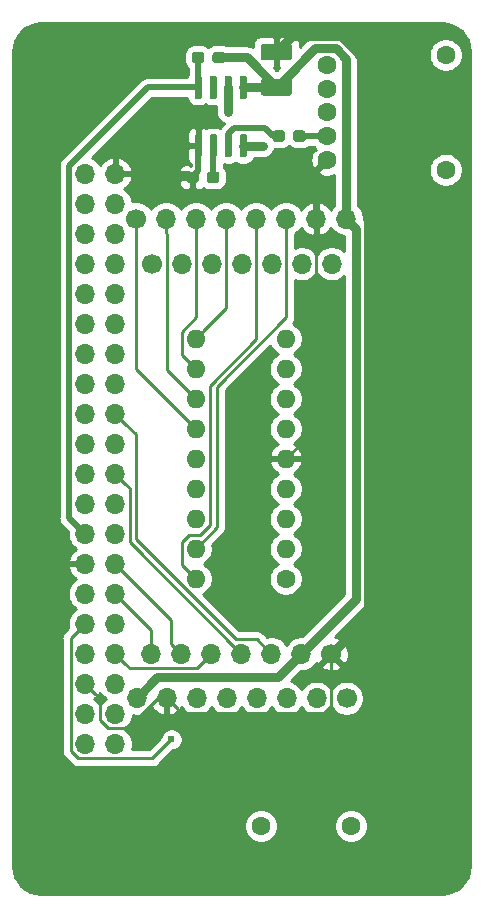
<source format=gbl>
G04 #@! TF.GenerationSoftware,KiCad,Pcbnew,(5.1.5-0-10_14)*
G04 #@! TF.CreationDate,2019-12-11T23:03:34+09:00*
G04 #@! TF.ProjectId,RPiWD_Main,52506957-445f-44d6-9169-6e2e6b696361,rev?*
G04 #@! TF.SameCoordinates,Original*
G04 #@! TF.FileFunction,Copper,L2,Bot*
G04 #@! TF.FilePolarity,Positive*
%FSLAX46Y46*%
G04 Gerber Fmt 4.6, Leading zero omitted, Abs format (unit mm)*
G04 Created by KiCad (PCBNEW (5.1.5-0-10_14)) date 2019-12-11 23:03:34*
%MOMM*%
%LPD*%
G04 APERTURE LIST*
%ADD10C,1.600000*%
%ADD11C,0.100000*%
%ADD12O,1.700000X1.700000*%
%ADD13C,1.700000*%
%ADD14O,1.600000X1.600000*%
%ADD15C,0.609600*%
%ADD16C,0.762000*%
%ADD17C,0.508000*%
%ADD18C,0.254000*%
G04 APERTURE END LIST*
D10*
X169265600Y-128602300D03*
X161645600Y-128602300D03*
G04 #@! TA.AperFunction,SMDPad,CuDef*
D11*
G36*
X164065904Y-65343504D02*
G01*
X164090173Y-65347104D01*
X164113971Y-65353065D01*
X164137071Y-65361330D01*
X164159249Y-65371820D01*
X164180293Y-65384433D01*
X164199998Y-65399047D01*
X164218177Y-65415523D01*
X164234653Y-65433702D01*
X164249267Y-65453407D01*
X164261880Y-65474451D01*
X164272370Y-65496629D01*
X164280635Y-65519729D01*
X164286596Y-65543527D01*
X164290196Y-65567796D01*
X164291400Y-65592300D01*
X164291400Y-66517300D01*
X164290196Y-66541804D01*
X164286596Y-66566073D01*
X164280635Y-66589871D01*
X164272370Y-66612971D01*
X164261880Y-66635149D01*
X164249267Y-66656193D01*
X164234653Y-66675898D01*
X164218177Y-66694077D01*
X164199998Y-66710553D01*
X164180293Y-66725167D01*
X164159249Y-66737780D01*
X164137071Y-66748270D01*
X164113971Y-66756535D01*
X164090173Y-66762496D01*
X164065904Y-66766096D01*
X164041400Y-66767300D01*
X161891400Y-66767300D01*
X161866896Y-66766096D01*
X161842627Y-66762496D01*
X161818829Y-66756535D01*
X161795729Y-66748270D01*
X161773551Y-66737780D01*
X161752507Y-66725167D01*
X161732802Y-66710553D01*
X161714623Y-66694077D01*
X161698147Y-66675898D01*
X161683533Y-66656193D01*
X161670920Y-66635149D01*
X161660430Y-66612971D01*
X161652165Y-66589871D01*
X161646204Y-66566073D01*
X161642604Y-66541804D01*
X161641400Y-66517300D01*
X161641400Y-65592300D01*
X161642604Y-65567796D01*
X161646204Y-65543527D01*
X161652165Y-65519729D01*
X161660430Y-65496629D01*
X161670920Y-65474451D01*
X161683533Y-65453407D01*
X161698147Y-65433702D01*
X161714623Y-65415523D01*
X161732802Y-65399047D01*
X161752507Y-65384433D01*
X161773551Y-65371820D01*
X161795729Y-65361330D01*
X161818829Y-65353065D01*
X161842627Y-65347104D01*
X161866896Y-65343504D01*
X161891400Y-65342300D01*
X164041400Y-65342300D01*
X164065904Y-65343504D01*
G37*
G04 #@! TD.AperFunction*
G04 #@! TA.AperFunction,SMDPad,CuDef*
G36*
X164065904Y-62368504D02*
G01*
X164090173Y-62372104D01*
X164113971Y-62378065D01*
X164137071Y-62386330D01*
X164159249Y-62396820D01*
X164180293Y-62409433D01*
X164199998Y-62424047D01*
X164218177Y-62440523D01*
X164234653Y-62458702D01*
X164249267Y-62478407D01*
X164261880Y-62499451D01*
X164272370Y-62521629D01*
X164280635Y-62544729D01*
X164286596Y-62568527D01*
X164290196Y-62592796D01*
X164291400Y-62617300D01*
X164291400Y-63542300D01*
X164290196Y-63566804D01*
X164286596Y-63591073D01*
X164280635Y-63614871D01*
X164272370Y-63637971D01*
X164261880Y-63660149D01*
X164249267Y-63681193D01*
X164234653Y-63700898D01*
X164218177Y-63719077D01*
X164199998Y-63735553D01*
X164180293Y-63750167D01*
X164159249Y-63762780D01*
X164137071Y-63773270D01*
X164113971Y-63781535D01*
X164090173Y-63787496D01*
X164065904Y-63791096D01*
X164041400Y-63792300D01*
X161891400Y-63792300D01*
X161866896Y-63791096D01*
X161842627Y-63787496D01*
X161818829Y-63781535D01*
X161795729Y-63773270D01*
X161773551Y-63762780D01*
X161752507Y-63750167D01*
X161732802Y-63735553D01*
X161714623Y-63719077D01*
X161698147Y-63700898D01*
X161683533Y-63681193D01*
X161670920Y-63660149D01*
X161660430Y-63637971D01*
X161652165Y-63614871D01*
X161646204Y-63591073D01*
X161642604Y-63566804D01*
X161641400Y-63542300D01*
X161641400Y-62617300D01*
X161642604Y-62592796D01*
X161646204Y-62568527D01*
X161652165Y-62544729D01*
X161660430Y-62521629D01*
X161670920Y-62499451D01*
X161683533Y-62478407D01*
X161698147Y-62458702D01*
X161714623Y-62440523D01*
X161732802Y-62424047D01*
X161752507Y-62409433D01*
X161773551Y-62396820D01*
X161795729Y-62386330D01*
X161818829Y-62378065D01*
X161842627Y-62372104D01*
X161866896Y-62368504D01*
X161891400Y-62367300D01*
X164041400Y-62367300D01*
X164065904Y-62368504D01*
G37*
G04 #@! TD.AperFunction*
G04 #@! TA.AperFunction,SMDPad,CuDef*
G36*
X163468979Y-69721144D02*
G01*
X163492034Y-69724563D01*
X163514643Y-69730227D01*
X163536587Y-69738079D01*
X163557657Y-69748044D01*
X163577648Y-69760026D01*
X163596368Y-69773910D01*
X163613638Y-69789562D01*
X163629290Y-69806832D01*
X163643174Y-69825552D01*
X163655156Y-69845543D01*
X163665121Y-69866613D01*
X163672973Y-69888557D01*
X163678637Y-69911166D01*
X163682056Y-69934221D01*
X163683200Y-69957500D01*
X163683200Y-70432500D01*
X163682056Y-70455779D01*
X163678637Y-70478834D01*
X163672973Y-70501443D01*
X163665121Y-70523387D01*
X163655156Y-70544457D01*
X163643174Y-70564448D01*
X163629290Y-70583168D01*
X163613638Y-70600438D01*
X163596368Y-70616090D01*
X163577648Y-70629974D01*
X163557657Y-70641956D01*
X163536587Y-70651921D01*
X163514643Y-70659773D01*
X163492034Y-70665437D01*
X163468979Y-70668856D01*
X163445700Y-70670000D01*
X162870700Y-70670000D01*
X162847421Y-70668856D01*
X162824366Y-70665437D01*
X162801757Y-70659773D01*
X162779813Y-70651921D01*
X162758743Y-70641956D01*
X162738752Y-70629974D01*
X162720032Y-70616090D01*
X162702762Y-70600438D01*
X162687110Y-70583168D01*
X162673226Y-70564448D01*
X162661244Y-70544457D01*
X162651279Y-70523387D01*
X162643427Y-70501443D01*
X162637763Y-70478834D01*
X162634344Y-70455779D01*
X162633200Y-70432500D01*
X162633200Y-69957500D01*
X162634344Y-69934221D01*
X162637763Y-69911166D01*
X162643427Y-69888557D01*
X162651279Y-69866613D01*
X162661244Y-69845543D01*
X162673226Y-69825552D01*
X162687110Y-69806832D01*
X162702762Y-69789562D01*
X162720032Y-69773910D01*
X162738752Y-69760026D01*
X162758743Y-69748044D01*
X162779813Y-69738079D01*
X162801757Y-69730227D01*
X162824366Y-69724563D01*
X162847421Y-69721144D01*
X162870700Y-69720000D01*
X163445700Y-69720000D01*
X163468979Y-69721144D01*
G37*
G04 #@! TD.AperFunction*
G04 #@! TA.AperFunction,SMDPad,CuDef*
G36*
X165218979Y-69721144D02*
G01*
X165242034Y-69724563D01*
X165264643Y-69730227D01*
X165286587Y-69738079D01*
X165307657Y-69748044D01*
X165327648Y-69760026D01*
X165346368Y-69773910D01*
X165363638Y-69789562D01*
X165379290Y-69806832D01*
X165393174Y-69825552D01*
X165405156Y-69845543D01*
X165415121Y-69866613D01*
X165422973Y-69888557D01*
X165428637Y-69911166D01*
X165432056Y-69934221D01*
X165433200Y-69957500D01*
X165433200Y-70432500D01*
X165432056Y-70455779D01*
X165428637Y-70478834D01*
X165422973Y-70501443D01*
X165415121Y-70523387D01*
X165405156Y-70544457D01*
X165393174Y-70564448D01*
X165379290Y-70583168D01*
X165363638Y-70600438D01*
X165346368Y-70616090D01*
X165327648Y-70629974D01*
X165307657Y-70641956D01*
X165286587Y-70651921D01*
X165264643Y-70659773D01*
X165242034Y-70665437D01*
X165218979Y-70668856D01*
X165195700Y-70670000D01*
X164620700Y-70670000D01*
X164597421Y-70668856D01*
X164574366Y-70665437D01*
X164551757Y-70659773D01*
X164529813Y-70651921D01*
X164508743Y-70641956D01*
X164488752Y-70629974D01*
X164470032Y-70616090D01*
X164452762Y-70600438D01*
X164437110Y-70583168D01*
X164423226Y-70564448D01*
X164411244Y-70544457D01*
X164401279Y-70523387D01*
X164393427Y-70501443D01*
X164387763Y-70478834D01*
X164384344Y-70455779D01*
X164383200Y-70432500D01*
X164383200Y-69957500D01*
X164384344Y-69934221D01*
X164387763Y-69911166D01*
X164393427Y-69888557D01*
X164401279Y-69866613D01*
X164411244Y-69845543D01*
X164423226Y-69825552D01*
X164437110Y-69806832D01*
X164452762Y-69789562D01*
X164470032Y-69773910D01*
X164488752Y-69760026D01*
X164508743Y-69748044D01*
X164529813Y-69738079D01*
X164551757Y-69730227D01*
X164574366Y-69724563D01*
X164597421Y-69721144D01*
X164620700Y-69720000D01*
X165195700Y-69720000D01*
X165218979Y-69721144D01*
G37*
G04 #@! TD.AperFunction*
G04 #@! TA.AperFunction,SMDPad,CuDef*
G36*
X156167779Y-73200944D02*
G01*
X156190834Y-73204363D01*
X156213443Y-73210027D01*
X156235387Y-73217879D01*
X156256457Y-73227844D01*
X156276448Y-73239826D01*
X156295168Y-73253710D01*
X156312438Y-73269362D01*
X156328090Y-73286632D01*
X156341974Y-73305352D01*
X156353956Y-73325343D01*
X156363921Y-73346413D01*
X156371773Y-73368357D01*
X156377437Y-73390966D01*
X156380856Y-73414021D01*
X156382000Y-73437300D01*
X156382000Y-73912300D01*
X156380856Y-73935579D01*
X156377437Y-73958634D01*
X156371773Y-73981243D01*
X156363921Y-74003187D01*
X156353956Y-74024257D01*
X156341974Y-74044248D01*
X156328090Y-74062968D01*
X156312438Y-74080238D01*
X156295168Y-74095890D01*
X156276448Y-74109774D01*
X156256457Y-74121756D01*
X156235387Y-74131721D01*
X156213443Y-74139573D01*
X156190834Y-74145237D01*
X156167779Y-74148656D01*
X156144500Y-74149800D01*
X155569500Y-74149800D01*
X155546221Y-74148656D01*
X155523166Y-74145237D01*
X155500557Y-74139573D01*
X155478613Y-74131721D01*
X155457543Y-74121756D01*
X155437552Y-74109774D01*
X155418832Y-74095890D01*
X155401562Y-74080238D01*
X155385910Y-74062968D01*
X155372026Y-74044248D01*
X155360044Y-74024257D01*
X155350079Y-74003187D01*
X155342227Y-73981243D01*
X155336563Y-73958634D01*
X155333144Y-73935579D01*
X155332000Y-73912300D01*
X155332000Y-73437300D01*
X155333144Y-73414021D01*
X155336563Y-73390966D01*
X155342227Y-73368357D01*
X155350079Y-73346413D01*
X155360044Y-73325343D01*
X155372026Y-73305352D01*
X155385910Y-73286632D01*
X155401562Y-73269362D01*
X155418832Y-73253710D01*
X155437552Y-73239826D01*
X155457543Y-73227844D01*
X155478613Y-73217879D01*
X155500557Y-73210027D01*
X155523166Y-73204363D01*
X155546221Y-73200944D01*
X155569500Y-73199800D01*
X156144500Y-73199800D01*
X156167779Y-73200944D01*
G37*
G04 #@! TD.AperFunction*
G04 #@! TA.AperFunction,SMDPad,CuDef*
G36*
X157917779Y-73200944D02*
G01*
X157940834Y-73204363D01*
X157963443Y-73210027D01*
X157985387Y-73217879D01*
X158006457Y-73227844D01*
X158026448Y-73239826D01*
X158045168Y-73253710D01*
X158062438Y-73269362D01*
X158078090Y-73286632D01*
X158091974Y-73305352D01*
X158103956Y-73325343D01*
X158113921Y-73346413D01*
X158121773Y-73368357D01*
X158127437Y-73390966D01*
X158130856Y-73414021D01*
X158132000Y-73437300D01*
X158132000Y-73912300D01*
X158130856Y-73935579D01*
X158127437Y-73958634D01*
X158121773Y-73981243D01*
X158113921Y-74003187D01*
X158103956Y-74024257D01*
X158091974Y-74044248D01*
X158078090Y-74062968D01*
X158062438Y-74080238D01*
X158045168Y-74095890D01*
X158026448Y-74109774D01*
X158006457Y-74121756D01*
X157985387Y-74131721D01*
X157963443Y-74139573D01*
X157940834Y-74145237D01*
X157917779Y-74148656D01*
X157894500Y-74149800D01*
X157319500Y-74149800D01*
X157296221Y-74148656D01*
X157273166Y-74145237D01*
X157250557Y-74139573D01*
X157228613Y-74131721D01*
X157207543Y-74121756D01*
X157187552Y-74109774D01*
X157168832Y-74095890D01*
X157151562Y-74080238D01*
X157135910Y-74062968D01*
X157122026Y-74044248D01*
X157110044Y-74024257D01*
X157100079Y-74003187D01*
X157092227Y-73981243D01*
X157086563Y-73958634D01*
X157083144Y-73935579D01*
X157082000Y-73912300D01*
X157082000Y-73437300D01*
X157083144Y-73414021D01*
X157086563Y-73390966D01*
X157092227Y-73368357D01*
X157100079Y-73346413D01*
X157110044Y-73325343D01*
X157122026Y-73305352D01*
X157135910Y-73286632D01*
X157151562Y-73269362D01*
X157168832Y-73253710D01*
X157187552Y-73239826D01*
X157207543Y-73227844D01*
X157228613Y-73217879D01*
X157250557Y-73210027D01*
X157273166Y-73204363D01*
X157296221Y-73200944D01*
X157319500Y-73199800D01*
X157894500Y-73199800D01*
X157917779Y-73200944D01*
G37*
G04 #@! TD.AperFunction*
D12*
X149300000Y-121650200D03*
X146760000Y-121650200D03*
X149300000Y-119110200D03*
X146760000Y-119110200D03*
X149300000Y-116570200D03*
X146760000Y-116570200D03*
X149300000Y-114030200D03*
X146760000Y-114030200D03*
X149300000Y-111490200D03*
X146760000Y-111490200D03*
X149300000Y-108950200D03*
X146760000Y-108950200D03*
X149300000Y-106410200D03*
X146760000Y-106410200D03*
X149300000Y-103870200D03*
X146760000Y-103870200D03*
X149300000Y-101330200D03*
X146760000Y-101330200D03*
X149300000Y-98790200D03*
X146760000Y-98790200D03*
X149300000Y-96250200D03*
X146760000Y-96250200D03*
X149300000Y-93710200D03*
X146760000Y-93710200D03*
X149300000Y-91170200D03*
X146760000Y-91170200D03*
X149300000Y-88630200D03*
X146760000Y-88630200D03*
X149300000Y-86090200D03*
X146760000Y-86090200D03*
X149300000Y-83550200D03*
X146760000Y-83550200D03*
X149300000Y-81010200D03*
X146760000Y-81010200D03*
X149300000Y-78470200D03*
X146760000Y-78470200D03*
X149300000Y-75930200D03*
X146760000Y-75930200D03*
X149300000Y-73390200D03*
X146760000Y-73390200D03*
X152374600Y-114035400D03*
X154914600Y-114035400D03*
X157454600Y-114035400D03*
X159994600Y-114035400D03*
X162534600Y-114035400D03*
X165074600Y-114035400D03*
D13*
X167614600Y-114035400D03*
X152400000Y-81015400D03*
D12*
X154940000Y-81015400D03*
X157480000Y-81015400D03*
X160020000Y-81015400D03*
X162560000Y-81015400D03*
X165100000Y-81015400D03*
X167640000Y-81015400D03*
G04 #@! TA.AperFunction,SMDPad,CuDef*
D11*
G36*
X158386379Y-63066344D02*
G01*
X158409434Y-63069763D01*
X158432043Y-63075427D01*
X158453987Y-63083279D01*
X158475057Y-63093244D01*
X158495048Y-63105226D01*
X158513768Y-63119110D01*
X158531038Y-63134762D01*
X158546690Y-63152032D01*
X158560574Y-63170752D01*
X158572556Y-63190743D01*
X158582521Y-63211813D01*
X158590373Y-63233757D01*
X158596037Y-63256366D01*
X158599456Y-63279421D01*
X158600600Y-63302700D01*
X158600600Y-63777700D01*
X158599456Y-63800979D01*
X158596037Y-63824034D01*
X158590373Y-63846643D01*
X158582521Y-63868587D01*
X158572556Y-63889657D01*
X158560574Y-63909648D01*
X158546690Y-63928368D01*
X158531038Y-63945638D01*
X158513768Y-63961290D01*
X158495048Y-63975174D01*
X158475057Y-63987156D01*
X158453987Y-63997121D01*
X158432043Y-64004973D01*
X158409434Y-64010637D01*
X158386379Y-64014056D01*
X158363100Y-64015200D01*
X157788100Y-64015200D01*
X157764821Y-64014056D01*
X157741766Y-64010637D01*
X157719157Y-64004973D01*
X157697213Y-63997121D01*
X157676143Y-63987156D01*
X157656152Y-63975174D01*
X157637432Y-63961290D01*
X157620162Y-63945638D01*
X157604510Y-63928368D01*
X157590626Y-63909648D01*
X157578644Y-63889657D01*
X157568679Y-63868587D01*
X157560827Y-63846643D01*
X157555163Y-63824034D01*
X157551744Y-63800979D01*
X157550600Y-63777700D01*
X157550600Y-63302700D01*
X157551744Y-63279421D01*
X157555163Y-63256366D01*
X157560827Y-63233757D01*
X157568679Y-63211813D01*
X157578644Y-63190743D01*
X157590626Y-63170752D01*
X157604510Y-63152032D01*
X157620162Y-63134762D01*
X157637432Y-63119110D01*
X157656152Y-63105226D01*
X157676143Y-63093244D01*
X157697213Y-63083279D01*
X157719157Y-63075427D01*
X157741766Y-63069763D01*
X157764821Y-63066344D01*
X157788100Y-63065200D01*
X158363100Y-63065200D01*
X158386379Y-63066344D01*
G37*
G04 #@! TD.AperFunction*
G04 #@! TA.AperFunction,SMDPad,CuDef*
G36*
X156636379Y-63066344D02*
G01*
X156659434Y-63069763D01*
X156682043Y-63075427D01*
X156703987Y-63083279D01*
X156725057Y-63093244D01*
X156745048Y-63105226D01*
X156763768Y-63119110D01*
X156781038Y-63134762D01*
X156796690Y-63152032D01*
X156810574Y-63170752D01*
X156822556Y-63190743D01*
X156832521Y-63211813D01*
X156840373Y-63233757D01*
X156846037Y-63256366D01*
X156849456Y-63279421D01*
X156850600Y-63302700D01*
X156850600Y-63777700D01*
X156849456Y-63800979D01*
X156846037Y-63824034D01*
X156840373Y-63846643D01*
X156832521Y-63868587D01*
X156822556Y-63889657D01*
X156810574Y-63909648D01*
X156796690Y-63928368D01*
X156781038Y-63945638D01*
X156763768Y-63961290D01*
X156745048Y-63975174D01*
X156725057Y-63987156D01*
X156703987Y-63997121D01*
X156682043Y-64004973D01*
X156659434Y-64010637D01*
X156636379Y-64014056D01*
X156613100Y-64015200D01*
X156038100Y-64015200D01*
X156014821Y-64014056D01*
X155991766Y-64010637D01*
X155969157Y-64004973D01*
X155947213Y-63997121D01*
X155926143Y-63987156D01*
X155906152Y-63975174D01*
X155887432Y-63961290D01*
X155870162Y-63945638D01*
X155854510Y-63928368D01*
X155840626Y-63909648D01*
X155828644Y-63889657D01*
X155818679Y-63868587D01*
X155810827Y-63846643D01*
X155805163Y-63824034D01*
X155801744Y-63800979D01*
X155800600Y-63777700D01*
X155800600Y-63302700D01*
X155801744Y-63279421D01*
X155805163Y-63256366D01*
X155810827Y-63233757D01*
X155818679Y-63211813D01*
X155828644Y-63190743D01*
X155840626Y-63170752D01*
X155854510Y-63152032D01*
X155870162Y-63134762D01*
X155887432Y-63119110D01*
X155906152Y-63105226D01*
X155926143Y-63093244D01*
X155947213Y-63083279D01*
X155969157Y-63075427D01*
X155991766Y-63069763D01*
X156014821Y-63066344D01*
X156038100Y-63065200D01*
X156613100Y-63065200D01*
X156636379Y-63066344D01*
G37*
G04 #@! TD.AperFunction*
D10*
X167284400Y-72195000D03*
X167284400Y-70195000D03*
X167284400Y-68195000D03*
X167284400Y-66195000D03*
X167284400Y-64195000D03*
X177284400Y-73045000D03*
X177284400Y-63345000D03*
G04 #@! TA.AperFunction,SMDPad,CuDef*
D11*
G36*
X160311703Y-70044722D02*
G01*
X160326264Y-70046882D01*
X160340543Y-70050459D01*
X160354403Y-70055418D01*
X160367710Y-70061712D01*
X160380336Y-70069280D01*
X160392159Y-70078048D01*
X160403066Y-70087934D01*
X160412952Y-70098841D01*
X160421720Y-70110664D01*
X160429288Y-70123290D01*
X160435582Y-70136597D01*
X160440541Y-70150457D01*
X160444118Y-70164736D01*
X160446278Y-70179297D01*
X160447000Y-70194000D01*
X160447000Y-71844000D01*
X160446278Y-71858703D01*
X160444118Y-71873264D01*
X160440541Y-71887543D01*
X160435582Y-71901403D01*
X160429288Y-71914710D01*
X160421720Y-71927336D01*
X160412952Y-71939159D01*
X160403066Y-71950066D01*
X160392159Y-71959952D01*
X160380336Y-71968720D01*
X160367710Y-71976288D01*
X160354403Y-71982582D01*
X160340543Y-71987541D01*
X160326264Y-71991118D01*
X160311703Y-71993278D01*
X160297000Y-71994000D01*
X159997000Y-71994000D01*
X159982297Y-71993278D01*
X159967736Y-71991118D01*
X159953457Y-71987541D01*
X159939597Y-71982582D01*
X159926290Y-71976288D01*
X159913664Y-71968720D01*
X159901841Y-71959952D01*
X159890934Y-71950066D01*
X159881048Y-71939159D01*
X159872280Y-71927336D01*
X159864712Y-71914710D01*
X159858418Y-71901403D01*
X159853459Y-71887543D01*
X159849882Y-71873264D01*
X159847722Y-71858703D01*
X159847000Y-71844000D01*
X159847000Y-70194000D01*
X159847722Y-70179297D01*
X159849882Y-70164736D01*
X159853459Y-70150457D01*
X159858418Y-70136597D01*
X159864712Y-70123290D01*
X159872280Y-70110664D01*
X159881048Y-70098841D01*
X159890934Y-70087934D01*
X159901841Y-70078048D01*
X159913664Y-70069280D01*
X159926290Y-70061712D01*
X159939597Y-70055418D01*
X159953457Y-70050459D01*
X159967736Y-70046882D01*
X159982297Y-70044722D01*
X159997000Y-70044000D01*
X160297000Y-70044000D01*
X160311703Y-70044722D01*
G37*
G04 #@! TD.AperFunction*
G04 #@! TA.AperFunction,SMDPad,CuDef*
G36*
X159041703Y-70044722D02*
G01*
X159056264Y-70046882D01*
X159070543Y-70050459D01*
X159084403Y-70055418D01*
X159097710Y-70061712D01*
X159110336Y-70069280D01*
X159122159Y-70078048D01*
X159133066Y-70087934D01*
X159142952Y-70098841D01*
X159151720Y-70110664D01*
X159159288Y-70123290D01*
X159165582Y-70136597D01*
X159170541Y-70150457D01*
X159174118Y-70164736D01*
X159176278Y-70179297D01*
X159177000Y-70194000D01*
X159177000Y-71844000D01*
X159176278Y-71858703D01*
X159174118Y-71873264D01*
X159170541Y-71887543D01*
X159165582Y-71901403D01*
X159159288Y-71914710D01*
X159151720Y-71927336D01*
X159142952Y-71939159D01*
X159133066Y-71950066D01*
X159122159Y-71959952D01*
X159110336Y-71968720D01*
X159097710Y-71976288D01*
X159084403Y-71982582D01*
X159070543Y-71987541D01*
X159056264Y-71991118D01*
X159041703Y-71993278D01*
X159027000Y-71994000D01*
X158727000Y-71994000D01*
X158712297Y-71993278D01*
X158697736Y-71991118D01*
X158683457Y-71987541D01*
X158669597Y-71982582D01*
X158656290Y-71976288D01*
X158643664Y-71968720D01*
X158631841Y-71959952D01*
X158620934Y-71950066D01*
X158611048Y-71939159D01*
X158602280Y-71927336D01*
X158594712Y-71914710D01*
X158588418Y-71901403D01*
X158583459Y-71887543D01*
X158579882Y-71873264D01*
X158577722Y-71858703D01*
X158577000Y-71844000D01*
X158577000Y-70194000D01*
X158577722Y-70179297D01*
X158579882Y-70164736D01*
X158583459Y-70150457D01*
X158588418Y-70136597D01*
X158594712Y-70123290D01*
X158602280Y-70110664D01*
X158611048Y-70098841D01*
X158620934Y-70087934D01*
X158631841Y-70078048D01*
X158643664Y-70069280D01*
X158656290Y-70061712D01*
X158669597Y-70055418D01*
X158683457Y-70050459D01*
X158697736Y-70046882D01*
X158712297Y-70044722D01*
X158727000Y-70044000D01*
X159027000Y-70044000D01*
X159041703Y-70044722D01*
G37*
G04 #@! TD.AperFunction*
G04 #@! TA.AperFunction,SMDPad,CuDef*
G36*
X157771703Y-70044722D02*
G01*
X157786264Y-70046882D01*
X157800543Y-70050459D01*
X157814403Y-70055418D01*
X157827710Y-70061712D01*
X157840336Y-70069280D01*
X157852159Y-70078048D01*
X157863066Y-70087934D01*
X157872952Y-70098841D01*
X157881720Y-70110664D01*
X157889288Y-70123290D01*
X157895582Y-70136597D01*
X157900541Y-70150457D01*
X157904118Y-70164736D01*
X157906278Y-70179297D01*
X157907000Y-70194000D01*
X157907000Y-71844000D01*
X157906278Y-71858703D01*
X157904118Y-71873264D01*
X157900541Y-71887543D01*
X157895582Y-71901403D01*
X157889288Y-71914710D01*
X157881720Y-71927336D01*
X157872952Y-71939159D01*
X157863066Y-71950066D01*
X157852159Y-71959952D01*
X157840336Y-71968720D01*
X157827710Y-71976288D01*
X157814403Y-71982582D01*
X157800543Y-71987541D01*
X157786264Y-71991118D01*
X157771703Y-71993278D01*
X157757000Y-71994000D01*
X157457000Y-71994000D01*
X157442297Y-71993278D01*
X157427736Y-71991118D01*
X157413457Y-71987541D01*
X157399597Y-71982582D01*
X157386290Y-71976288D01*
X157373664Y-71968720D01*
X157361841Y-71959952D01*
X157350934Y-71950066D01*
X157341048Y-71939159D01*
X157332280Y-71927336D01*
X157324712Y-71914710D01*
X157318418Y-71901403D01*
X157313459Y-71887543D01*
X157309882Y-71873264D01*
X157307722Y-71858703D01*
X157307000Y-71844000D01*
X157307000Y-70194000D01*
X157307722Y-70179297D01*
X157309882Y-70164736D01*
X157313459Y-70150457D01*
X157318418Y-70136597D01*
X157324712Y-70123290D01*
X157332280Y-70110664D01*
X157341048Y-70098841D01*
X157350934Y-70087934D01*
X157361841Y-70078048D01*
X157373664Y-70069280D01*
X157386290Y-70061712D01*
X157399597Y-70055418D01*
X157413457Y-70050459D01*
X157427736Y-70046882D01*
X157442297Y-70044722D01*
X157457000Y-70044000D01*
X157757000Y-70044000D01*
X157771703Y-70044722D01*
G37*
G04 #@! TD.AperFunction*
G04 #@! TA.AperFunction,SMDPad,CuDef*
G36*
X156501703Y-70044722D02*
G01*
X156516264Y-70046882D01*
X156530543Y-70050459D01*
X156544403Y-70055418D01*
X156557710Y-70061712D01*
X156570336Y-70069280D01*
X156582159Y-70078048D01*
X156593066Y-70087934D01*
X156602952Y-70098841D01*
X156611720Y-70110664D01*
X156619288Y-70123290D01*
X156625582Y-70136597D01*
X156630541Y-70150457D01*
X156634118Y-70164736D01*
X156636278Y-70179297D01*
X156637000Y-70194000D01*
X156637000Y-71844000D01*
X156636278Y-71858703D01*
X156634118Y-71873264D01*
X156630541Y-71887543D01*
X156625582Y-71901403D01*
X156619288Y-71914710D01*
X156611720Y-71927336D01*
X156602952Y-71939159D01*
X156593066Y-71950066D01*
X156582159Y-71959952D01*
X156570336Y-71968720D01*
X156557710Y-71976288D01*
X156544403Y-71982582D01*
X156530543Y-71987541D01*
X156516264Y-71991118D01*
X156501703Y-71993278D01*
X156487000Y-71994000D01*
X156187000Y-71994000D01*
X156172297Y-71993278D01*
X156157736Y-71991118D01*
X156143457Y-71987541D01*
X156129597Y-71982582D01*
X156116290Y-71976288D01*
X156103664Y-71968720D01*
X156091841Y-71959952D01*
X156080934Y-71950066D01*
X156071048Y-71939159D01*
X156062280Y-71927336D01*
X156054712Y-71914710D01*
X156048418Y-71901403D01*
X156043459Y-71887543D01*
X156039882Y-71873264D01*
X156037722Y-71858703D01*
X156037000Y-71844000D01*
X156037000Y-70194000D01*
X156037722Y-70179297D01*
X156039882Y-70164736D01*
X156043459Y-70150457D01*
X156048418Y-70136597D01*
X156054712Y-70123290D01*
X156062280Y-70110664D01*
X156071048Y-70098841D01*
X156080934Y-70087934D01*
X156091841Y-70078048D01*
X156103664Y-70069280D01*
X156116290Y-70061712D01*
X156129597Y-70055418D01*
X156143457Y-70050459D01*
X156157736Y-70046882D01*
X156172297Y-70044722D01*
X156187000Y-70044000D01*
X156487000Y-70044000D01*
X156501703Y-70044722D01*
G37*
G04 #@! TD.AperFunction*
G04 #@! TA.AperFunction,SMDPad,CuDef*
G36*
X156501703Y-65094722D02*
G01*
X156516264Y-65096882D01*
X156530543Y-65100459D01*
X156544403Y-65105418D01*
X156557710Y-65111712D01*
X156570336Y-65119280D01*
X156582159Y-65128048D01*
X156593066Y-65137934D01*
X156602952Y-65148841D01*
X156611720Y-65160664D01*
X156619288Y-65173290D01*
X156625582Y-65186597D01*
X156630541Y-65200457D01*
X156634118Y-65214736D01*
X156636278Y-65229297D01*
X156637000Y-65244000D01*
X156637000Y-66894000D01*
X156636278Y-66908703D01*
X156634118Y-66923264D01*
X156630541Y-66937543D01*
X156625582Y-66951403D01*
X156619288Y-66964710D01*
X156611720Y-66977336D01*
X156602952Y-66989159D01*
X156593066Y-67000066D01*
X156582159Y-67009952D01*
X156570336Y-67018720D01*
X156557710Y-67026288D01*
X156544403Y-67032582D01*
X156530543Y-67037541D01*
X156516264Y-67041118D01*
X156501703Y-67043278D01*
X156487000Y-67044000D01*
X156187000Y-67044000D01*
X156172297Y-67043278D01*
X156157736Y-67041118D01*
X156143457Y-67037541D01*
X156129597Y-67032582D01*
X156116290Y-67026288D01*
X156103664Y-67018720D01*
X156091841Y-67009952D01*
X156080934Y-67000066D01*
X156071048Y-66989159D01*
X156062280Y-66977336D01*
X156054712Y-66964710D01*
X156048418Y-66951403D01*
X156043459Y-66937543D01*
X156039882Y-66923264D01*
X156037722Y-66908703D01*
X156037000Y-66894000D01*
X156037000Y-65244000D01*
X156037722Y-65229297D01*
X156039882Y-65214736D01*
X156043459Y-65200457D01*
X156048418Y-65186597D01*
X156054712Y-65173290D01*
X156062280Y-65160664D01*
X156071048Y-65148841D01*
X156080934Y-65137934D01*
X156091841Y-65128048D01*
X156103664Y-65119280D01*
X156116290Y-65111712D01*
X156129597Y-65105418D01*
X156143457Y-65100459D01*
X156157736Y-65096882D01*
X156172297Y-65094722D01*
X156187000Y-65094000D01*
X156487000Y-65094000D01*
X156501703Y-65094722D01*
G37*
G04 #@! TD.AperFunction*
G04 #@! TA.AperFunction,SMDPad,CuDef*
G36*
X157771703Y-65094722D02*
G01*
X157786264Y-65096882D01*
X157800543Y-65100459D01*
X157814403Y-65105418D01*
X157827710Y-65111712D01*
X157840336Y-65119280D01*
X157852159Y-65128048D01*
X157863066Y-65137934D01*
X157872952Y-65148841D01*
X157881720Y-65160664D01*
X157889288Y-65173290D01*
X157895582Y-65186597D01*
X157900541Y-65200457D01*
X157904118Y-65214736D01*
X157906278Y-65229297D01*
X157907000Y-65244000D01*
X157907000Y-66894000D01*
X157906278Y-66908703D01*
X157904118Y-66923264D01*
X157900541Y-66937543D01*
X157895582Y-66951403D01*
X157889288Y-66964710D01*
X157881720Y-66977336D01*
X157872952Y-66989159D01*
X157863066Y-67000066D01*
X157852159Y-67009952D01*
X157840336Y-67018720D01*
X157827710Y-67026288D01*
X157814403Y-67032582D01*
X157800543Y-67037541D01*
X157786264Y-67041118D01*
X157771703Y-67043278D01*
X157757000Y-67044000D01*
X157457000Y-67044000D01*
X157442297Y-67043278D01*
X157427736Y-67041118D01*
X157413457Y-67037541D01*
X157399597Y-67032582D01*
X157386290Y-67026288D01*
X157373664Y-67018720D01*
X157361841Y-67009952D01*
X157350934Y-67000066D01*
X157341048Y-66989159D01*
X157332280Y-66977336D01*
X157324712Y-66964710D01*
X157318418Y-66951403D01*
X157313459Y-66937543D01*
X157309882Y-66923264D01*
X157307722Y-66908703D01*
X157307000Y-66894000D01*
X157307000Y-65244000D01*
X157307722Y-65229297D01*
X157309882Y-65214736D01*
X157313459Y-65200457D01*
X157318418Y-65186597D01*
X157324712Y-65173290D01*
X157332280Y-65160664D01*
X157341048Y-65148841D01*
X157350934Y-65137934D01*
X157361841Y-65128048D01*
X157373664Y-65119280D01*
X157386290Y-65111712D01*
X157399597Y-65105418D01*
X157413457Y-65100459D01*
X157427736Y-65096882D01*
X157442297Y-65094722D01*
X157457000Y-65094000D01*
X157757000Y-65094000D01*
X157771703Y-65094722D01*
G37*
G04 #@! TD.AperFunction*
G04 #@! TA.AperFunction,SMDPad,CuDef*
G36*
X159041703Y-65094722D02*
G01*
X159056264Y-65096882D01*
X159070543Y-65100459D01*
X159084403Y-65105418D01*
X159097710Y-65111712D01*
X159110336Y-65119280D01*
X159122159Y-65128048D01*
X159133066Y-65137934D01*
X159142952Y-65148841D01*
X159151720Y-65160664D01*
X159159288Y-65173290D01*
X159165582Y-65186597D01*
X159170541Y-65200457D01*
X159174118Y-65214736D01*
X159176278Y-65229297D01*
X159177000Y-65244000D01*
X159177000Y-66894000D01*
X159176278Y-66908703D01*
X159174118Y-66923264D01*
X159170541Y-66937543D01*
X159165582Y-66951403D01*
X159159288Y-66964710D01*
X159151720Y-66977336D01*
X159142952Y-66989159D01*
X159133066Y-67000066D01*
X159122159Y-67009952D01*
X159110336Y-67018720D01*
X159097710Y-67026288D01*
X159084403Y-67032582D01*
X159070543Y-67037541D01*
X159056264Y-67041118D01*
X159041703Y-67043278D01*
X159027000Y-67044000D01*
X158727000Y-67044000D01*
X158712297Y-67043278D01*
X158697736Y-67041118D01*
X158683457Y-67037541D01*
X158669597Y-67032582D01*
X158656290Y-67026288D01*
X158643664Y-67018720D01*
X158631841Y-67009952D01*
X158620934Y-67000066D01*
X158611048Y-66989159D01*
X158602280Y-66977336D01*
X158594712Y-66964710D01*
X158588418Y-66951403D01*
X158583459Y-66937543D01*
X158579882Y-66923264D01*
X158577722Y-66908703D01*
X158577000Y-66894000D01*
X158577000Y-65244000D01*
X158577722Y-65229297D01*
X158579882Y-65214736D01*
X158583459Y-65200457D01*
X158588418Y-65186597D01*
X158594712Y-65173290D01*
X158602280Y-65160664D01*
X158611048Y-65148841D01*
X158620934Y-65137934D01*
X158631841Y-65128048D01*
X158643664Y-65119280D01*
X158656290Y-65111712D01*
X158669597Y-65105418D01*
X158683457Y-65100459D01*
X158697736Y-65096882D01*
X158712297Y-65094722D01*
X158727000Y-65094000D01*
X159027000Y-65094000D01*
X159041703Y-65094722D01*
G37*
G04 #@! TD.AperFunction*
G04 #@! TA.AperFunction,SMDPad,CuDef*
G36*
X160311703Y-65094722D02*
G01*
X160326264Y-65096882D01*
X160340543Y-65100459D01*
X160354403Y-65105418D01*
X160367710Y-65111712D01*
X160380336Y-65119280D01*
X160392159Y-65128048D01*
X160403066Y-65137934D01*
X160412952Y-65148841D01*
X160421720Y-65160664D01*
X160429288Y-65173290D01*
X160435582Y-65186597D01*
X160440541Y-65200457D01*
X160444118Y-65214736D01*
X160446278Y-65229297D01*
X160447000Y-65244000D01*
X160447000Y-66894000D01*
X160446278Y-66908703D01*
X160444118Y-66923264D01*
X160440541Y-66937543D01*
X160435582Y-66951403D01*
X160429288Y-66964710D01*
X160421720Y-66977336D01*
X160412952Y-66989159D01*
X160403066Y-67000066D01*
X160392159Y-67009952D01*
X160380336Y-67018720D01*
X160367710Y-67026288D01*
X160354403Y-67032582D01*
X160340543Y-67037541D01*
X160326264Y-67041118D01*
X160311703Y-67043278D01*
X160297000Y-67044000D01*
X159997000Y-67044000D01*
X159982297Y-67043278D01*
X159967736Y-67041118D01*
X159953457Y-67037541D01*
X159939597Y-67032582D01*
X159926290Y-67026288D01*
X159913664Y-67018720D01*
X159901841Y-67009952D01*
X159890934Y-67000066D01*
X159881048Y-66989159D01*
X159872280Y-66977336D01*
X159864712Y-66964710D01*
X159858418Y-66951403D01*
X159853459Y-66937543D01*
X159849882Y-66923264D01*
X159847722Y-66908703D01*
X159847000Y-66894000D01*
X159847000Y-65244000D01*
X159847722Y-65229297D01*
X159849882Y-65214736D01*
X159853459Y-65200457D01*
X159858418Y-65186597D01*
X159864712Y-65173290D01*
X159872280Y-65160664D01*
X159881048Y-65148841D01*
X159890934Y-65137934D01*
X159901841Y-65128048D01*
X159913664Y-65119280D01*
X159926290Y-65111712D01*
X159939597Y-65105418D01*
X159953457Y-65100459D01*
X159967736Y-65096882D01*
X159982297Y-65094722D01*
X159997000Y-65094000D01*
X160297000Y-65094000D01*
X160311703Y-65094722D01*
G37*
G04 #@! TD.AperFunction*
D10*
X163741100Y-107672700D03*
D14*
X156121100Y-87352700D03*
X163741100Y-105132700D03*
X156121100Y-89892700D03*
X163741100Y-102592700D03*
X156121100Y-92432700D03*
X163741100Y-100052700D03*
X156121100Y-94972700D03*
X163741100Y-97512700D03*
X156121100Y-97512700D03*
X163741100Y-94972700D03*
X156121100Y-100052700D03*
X163741100Y-92432700D03*
X156121100Y-102592700D03*
X163741100Y-89892700D03*
X156121100Y-105132700D03*
X163741100Y-87352700D03*
X156121100Y-107672700D03*
D13*
X168900000Y-117800200D03*
D12*
X166360000Y-117800200D03*
X163820000Y-117800200D03*
X161280000Y-117800200D03*
X158740000Y-117800200D03*
X156200000Y-117800200D03*
X153660000Y-117800200D03*
X151120000Y-117800200D03*
X168859200Y-77180000D03*
X166319200Y-77180000D03*
X163779200Y-77180000D03*
X161239200Y-77180000D03*
X158699200Y-77180000D03*
X156159200Y-77180000D03*
X153619200Y-77180000D03*
D13*
X151079200Y-77180000D03*
D15*
X154076400Y-121274400D03*
X161836100Y-71020500D03*
X158877000Y-68188400D03*
D16*
X162952200Y-66069000D02*
X162966400Y-66054800D01*
X160147000Y-66069000D02*
X162952200Y-66069000D01*
X160451800Y-63540200D02*
X158075600Y-63540200D01*
X162966400Y-66054800D02*
X160451800Y-63540200D01*
X163678900Y-65342300D02*
X162966400Y-66054800D01*
X166261201Y-62759999D02*
X163678900Y-65342300D01*
X168859200Y-63645998D02*
X167973201Y-62759999D01*
X167973201Y-62759999D02*
X166261201Y-62759999D01*
X168859200Y-77180000D02*
X168859200Y-63645998D01*
X163081589Y-116028411D02*
X165074600Y-114035400D01*
X152891789Y-116028411D02*
X163081589Y-116028411D01*
X151120000Y-117800200D02*
X152891789Y-116028411D01*
X165924599Y-113185401D02*
X165074600Y-114035400D01*
X169709199Y-109400801D02*
X165924599Y-113185401D01*
X169709199Y-78029999D02*
X169709199Y-109400801D01*
X168859200Y-77180000D02*
X169709199Y-78029999D01*
D17*
X155572400Y-73390200D02*
X155857000Y-73674800D01*
X149300000Y-73390200D02*
X155572400Y-73390200D01*
X156337000Y-73194800D02*
X155857000Y-73674800D01*
X156337000Y-71019000D02*
X156337000Y-73194800D01*
X166319200Y-73160200D02*
X167284400Y-72195000D01*
X166319200Y-77180000D02*
X166319200Y-73160200D01*
D16*
X170725209Y-110924791D02*
X168464599Y-113185401D01*
X170725209Y-64075152D02*
X170725209Y-110924791D01*
X168394046Y-61743989D02*
X170725209Y-64075152D01*
X168464599Y-113185401D02*
X167614600Y-114035400D01*
X164302211Y-61743989D02*
X168394046Y-61743989D01*
X162966400Y-63079800D02*
X164302211Y-61743989D01*
D18*
X166319200Y-78382081D02*
X166319200Y-77180000D01*
X166331001Y-78393882D02*
X166319200Y-78382081D01*
X166331001Y-94922799D02*
X166331001Y-78393882D01*
X163741100Y-97512700D02*
X166331001Y-94922799D01*
X154509999Y-118650199D02*
X153660000Y-117800200D01*
X154891001Y-119031201D02*
X154509999Y-118650199D01*
X167614600Y-118367482D02*
X166950881Y-119031201D01*
X166950881Y-119031201D02*
X154891001Y-119031201D01*
X167614600Y-114035400D02*
X167614600Y-118367482D01*
X147609999Y-117420199D02*
X146760000Y-116570200D01*
X147991001Y-119623083D02*
X147991001Y-117801201D01*
X147991001Y-117801201D02*
X147609999Y-117420199D01*
X148709119Y-120341201D02*
X147991001Y-119623083D01*
X150400881Y-120341201D02*
X148709119Y-120341201D01*
X152941882Y-117800200D02*
X150400881Y-120341201D01*
X153660000Y-117800200D02*
X152941882Y-117800200D01*
D17*
X158877000Y-70044000D02*
X158877000Y-71019000D01*
X159385010Y-69535990D02*
X158877000Y-70044000D01*
X161974190Y-69535990D02*
X159385010Y-69535990D01*
X162633200Y-70195000D02*
X161974190Y-69535990D01*
X163158200Y-70195000D02*
X162633200Y-70195000D01*
X167284400Y-70195000D02*
X164908200Y-70195000D01*
X157607000Y-73674800D02*
X157607000Y-71019000D01*
D18*
X150149999Y-114880199D02*
X149300000Y-114030200D01*
X150536201Y-115266401D02*
X150149999Y-114880199D01*
X156223599Y-115266401D02*
X150536201Y-115266401D01*
X157454600Y-114035400D02*
X156223599Y-115266401D01*
X145528999Y-112721201D02*
X145910001Y-112340199D01*
X145528999Y-122241081D02*
X145528999Y-112721201D01*
X145910001Y-112340199D02*
X146760000Y-111490200D01*
X146169119Y-122881201D02*
X145528999Y-122241081D01*
X152469599Y-122881201D02*
X146169119Y-122881201D01*
X154076400Y-121274400D02*
X152469599Y-122881201D01*
X152374600Y-112024800D02*
X149300000Y-108950200D01*
X152374600Y-114035400D02*
X152374600Y-112024800D01*
X150149999Y-107260199D02*
X149300000Y-106410200D01*
X154064601Y-111174801D02*
X150149999Y-107260199D01*
X154064601Y-113185401D02*
X154064601Y-111174801D01*
X154914600Y-114035400D02*
X154064601Y-113185401D01*
D17*
X156325600Y-66057600D02*
X156337000Y-66069000D01*
X156325600Y-63540200D02*
X156325600Y-66057600D01*
X145910001Y-103020201D02*
X146760000Y-103870200D01*
X145401999Y-102512199D02*
X145910001Y-103020201D01*
X152071358Y-66069000D02*
X145401999Y-72738359D01*
X145401999Y-72738359D02*
X145401999Y-102512199D01*
X156337000Y-66069000D02*
X152071358Y-66069000D01*
D18*
X150531001Y-100021201D02*
X150149999Y-99640199D01*
X150531001Y-104571801D02*
X150531001Y-100021201D01*
X150149999Y-99640199D02*
X149300000Y-98790200D01*
X159994600Y-114035400D02*
X150531001Y-104571801D01*
X150149999Y-94560199D02*
X149300000Y-93710200D01*
X151039011Y-95449211D02*
X150149999Y-94560199D01*
X151039011Y-104338493D02*
X151039011Y-95449211D01*
X159504917Y-112804399D02*
X151039011Y-104338493D01*
X161303599Y-112804399D02*
X159504917Y-112804399D01*
X162534600Y-114035400D02*
X161303599Y-112804399D01*
X163791001Y-85554917D02*
X157924500Y-91421418D01*
X163779200Y-80412718D02*
X163791001Y-80424519D01*
X163791001Y-80424519D02*
X163791001Y-85554917D01*
X163779200Y-77180000D02*
X163779200Y-80412718D01*
X157924500Y-103329300D02*
X156121100Y-105132700D01*
X157924500Y-91421418D02*
X157924500Y-103329300D01*
X154940099Y-106491699D02*
X155321101Y-106872701D01*
X156509983Y-103951699D02*
X155554219Y-103951699D01*
X154940099Y-104565819D02*
X154940099Y-106491699D01*
X157302101Y-103159581D02*
X156509983Y-103951699D01*
X155554219Y-103951699D02*
X154940099Y-104565819D01*
X161251001Y-87376483D02*
X157302101Y-91325383D01*
X161251001Y-78393882D02*
X161251001Y-87376483D01*
X155321101Y-106872701D02*
X156121100Y-107672700D01*
X161239200Y-78382081D02*
X161251001Y-78393882D01*
X157302101Y-91325383D02*
X157302101Y-103159581D01*
X161239200Y-77180000D02*
X161239200Y-78382081D01*
X156921099Y-86552701D02*
X156121100Y-87352700D01*
X158711001Y-84762799D02*
X156921099Y-86552701D01*
X158711001Y-78393882D02*
X158711001Y-84762799D01*
X158699200Y-78382081D02*
X158711001Y-78393882D01*
X158699200Y-77180000D02*
X158699200Y-78382081D01*
X155321101Y-89092701D02*
X156121100Y-89892700D01*
X154940099Y-86785819D02*
X154940099Y-88711699D01*
X156171001Y-85554917D02*
X154940099Y-86785819D01*
X154940099Y-88711699D02*
X155321101Y-89092701D01*
X156171001Y-78393882D02*
X156171001Y-85554917D01*
X156159200Y-78382081D02*
X156171001Y-78393882D01*
X156159200Y-77180000D02*
X156159200Y-78382081D01*
X155321101Y-91632701D02*
X156121100Y-92432700D01*
X153708999Y-90020599D02*
X155321101Y-91632701D01*
X153708999Y-78471880D02*
X153708999Y-90020599D01*
X153619200Y-78382081D02*
X153708999Y-78471880D01*
X153619200Y-77180000D02*
X153619200Y-78382081D01*
X151079200Y-89930800D02*
X156121100Y-94972700D01*
X151079200Y-77180000D02*
X151079200Y-89930800D01*
D16*
X161834600Y-71019000D02*
X161836100Y-71020500D01*
X160147000Y-71019000D02*
X161834600Y-71019000D01*
X158877000Y-66069000D02*
X158877000Y-68188400D01*
D18*
G36*
X177453893Y-60707670D02*
G01*
X177890498Y-60839489D01*
X178293185Y-61053600D01*
X178646612Y-61341848D01*
X178937327Y-61693261D01*
X179154242Y-62094439D01*
X179289106Y-62530113D01*
X179340000Y-63014344D01*
X179340001Y-131967711D01*
X179292330Y-132453894D01*
X179160512Y-132890497D01*
X178946399Y-133293186D01*
X178658150Y-133646613D01*
X178306739Y-133937327D01*
X177905564Y-134154240D01*
X177469886Y-134289106D01*
X176983762Y-134340200D01*
X143034319Y-134340200D01*
X142546106Y-134292330D01*
X142109503Y-134160512D01*
X141706814Y-133946399D01*
X141353387Y-133658150D01*
X141062673Y-133306739D01*
X140845760Y-132905564D01*
X140710894Y-132469886D01*
X140660000Y-131985664D01*
X140660000Y-128460965D01*
X160210600Y-128460965D01*
X160210600Y-128743635D01*
X160265747Y-129020874D01*
X160373920Y-129282027D01*
X160530963Y-129517059D01*
X160730841Y-129716937D01*
X160965873Y-129873980D01*
X161227026Y-129982153D01*
X161504265Y-130037300D01*
X161786935Y-130037300D01*
X162064174Y-129982153D01*
X162325327Y-129873980D01*
X162560359Y-129716937D01*
X162760237Y-129517059D01*
X162917280Y-129282027D01*
X163025453Y-129020874D01*
X163080600Y-128743635D01*
X163080600Y-128460965D01*
X167830600Y-128460965D01*
X167830600Y-128743635D01*
X167885747Y-129020874D01*
X167993920Y-129282027D01*
X168150963Y-129517059D01*
X168350841Y-129716937D01*
X168585873Y-129873980D01*
X168847026Y-129982153D01*
X169124265Y-130037300D01*
X169406935Y-130037300D01*
X169684174Y-129982153D01*
X169945327Y-129873980D01*
X170180359Y-129716937D01*
X170380237Y-129517059D01*
X170537280Y-129282027D01*
X170645453Y-129020874D01*
X170700600Y-128743635D01*
X170700600Y-128460965D01*
X170645453Y-128183726D01*
X170537280Y-127922573D01*
X170380237Y-127687541D01*
X170180359Y-127487663D01*
X169945327Y-127330620D01*
X169684174Y-127222447D01*
X169406935Y-127167300D01*
X169124265Y-127167300D01*
X168847026Y-127222447D01*
X168585873Y-127330620D01*
X168350841Y-127487663D01*
X168150963Y-127687541D01*
X167993920Y-127922573D01*
X167885747Y-128183726D01*
X167830600Y-128460965D01*
X163080600Y-128460965D01*
X163025453Y-128183726D01*
X162917280Y-127922573D01*
X162760237Y-127687541D01*
X162560359Y-127487663D01*
X162325327Y-127330620D01*
X162064174Y-127222447D01*
X161786935Y-127167300D01*
X161504265Y-127167300D01*
X161227026Y-127222447D01*
X160965873Y-127330620D01*
X160730841Y-127487663D01*
X160530963Y-127687541D01*
X160373920Y-127922573D01*
X160265747Y-128183726D01*
X160210600Y-128460965D01*
X140660000Y-128460965D01*
X140660000Y-72738359D01*
X144508699Y-72738359D01*
X144512999Y-72782019D01*
X144513000Y-102468529D01*
X144508699Y-102512199D01*
X144525863Y-102686473D01*
X144576697Y-102854051D01*
X144613855Y-102923568D01*
X144659247Y-103008490D01*
X144770341Y-103143858D01*
X144804259Y-103171694D01*
X145250502Y-103617936D01*
X145250506Y-103617941D01*
X145288523Y-103655958D01*
X145275000Y-103723940D01*
X145275000Y-104016460D01*
X145332068Y-104303358D01*
X145444010Y-104573611D01*
X145606525Y-104816832D01*
X145813368Y-105023675D01*
X145995534Y-105145395D01*
X145878645Y-105215022D01*
X145662412Y-105409931D01*
X145488359Y-105643280D01*
X145363175Y-105906101D01*
X145318524Y-106053310D01*
X145439845Y-106283200D01*
X146633000Y-106283200D01*
X146633000Y-106263200D01*
X146887000Y-106263200D01*
X146887000Y-106283200D01*
X146907000Y-106283200D01*
X146907000Y-106537200D01*
X146887000Y-106537200D01*
X146887000Y-106557200D01*
X146633000Y-106557200D01*
X146633000Y-106537200D01*
X145439845Y-106537200D01*
X145318524Y-106767090D01*
X145363175Y-106914299D01*
X145488359Y-107177120D01*
X145662412Y-107410469D01*
X145878645Y-107605378D01*
X145995534Y-107675005D01*
X145813368Y-107796725D01*
X145606525Y-108003568D01*
X145444010Y-108246789D01*
X145332068Y-108517042D01*
X145275000Y-108803940D01*
X145275000Y-109096460D01*
X145332068Y-109383358D01*
X145444010Y-109653611D01*
X145606525Y-109896832D01*
X145813368Y-110103675D01*
X145987760Y-110220200D01*
X145813368Y-110336725D01*
X145606525Y-110543568D01*
X145444010Y-110786789D01*
X145332068Y-111057042D01*
X145275000Y-111343940D01*
X145275000Y-111636460D01*
X145318321Y-111854249D01*
X145016648Y-112155922D01*
X144987578Y-112179779D01*
X144963721Y-112208849D01*
X144963720Y-112208850D01*
X144892354Y-112295809D01*
X144821598Y-112428186D01*
X144778026Y-112571823D01*
X144763313Y-112721201D01*
X144767000Y-112758634D01*
X144766999Y-122203658D01*
X144763313Y-122241081D01*
X144766999Y-122278504D01*
X144766999Y-122278506D01*
X144778025Y-122390458D01*
X144821597Y-122534095D01*
X144821598Y-122534096D01*
X144892354Y-122666473D01*
X144931982Y-122714759D01*
X144987577Y-122782503D01*
X145016652Y-122806364D01*
X145603839Y-123393552D01*
X145627697Y-123422623D01*
X145743727Y-123517846D01*
X145876104Y-123588603D01*
X146019741Y-123632175D01*
X146131693Y-123643201D01*
X146131695Y-123643201D01*
X146169118Y-123646887D01*
X146206541Y-123643201D01*
X152432176Y-123643201D01*
X152469599Y-123646887D01*
X152507022Y-123643201D01*
X152507025Y-123643201D01*
X152618977Y-123632175D01*
X152762614Y-123588603D01*
X152894991Y-123517846D01*
X153011021Y-123422623D01*
X153034883Y-123393547D01*
X154225471Y-122202960D01*
X154350529Y-122178084D01*
X154521562Y-122107240D01*
X154675487Y-122004390D01*
X154806390Y-121873487D01*
X154909240Y-121719562D01*
X154980084Y-121548529D01*
X155016200Y-121366962D01*
X155016200Y-121181838D01*
X154980084Y-121000271D01*
X154909240Y-120829238D01*
X154806390Y-120675313D01*
X154675487Y-120544410D01*
X154521562Y-120441560D01*
X154350529Y-120370716D01*
X154168962Y-120334600D01*
X153983838Y-120334600D01*
X153802271Y-120370716D01*
X153631238Y-120441560D01*
X153477313Y-120544410D01*
X153346410Y-120675313D01*
X153243560Y-120829238D01*
X153172716Y-121000271D01*
X153147840Y-121125329D01*
X152153969Y-122119201D01*
X150713085Y-122119201D01*
X150727932Y-122083358D01*
X150785000Y-121796460D01*
X150785000Y-121503940D01*
X150727932Y-121217042D01*
X150615990Y-120946789D01*
X150453475Y-120703568D01*
X150246632Y-120496725D01*
X150072240Y-120380200D01*
X150246632Y-120263675D01*
X150453475Y-120056832D01*
X150615990Y-119813611D01*
X150727932Y-119543358D01*
X150785000Y-119256460D01*
X150785000Y-119247657D01*
X150973740Y-119285200D01*
X151266260Y-119285200D01*
X151553158Y-119228132D01*
X151823411Y-119116190D01*
X152066632Y-118953675D01*
X152273475Y-118746832D01*
X152395195Y-118564666D01*
X152464822Y-118681555D01*
X152659731Y-118897788D01*
X152893080Y-119071841D01*
X153155901Y-119197025D01*
X153303110Y-119241676D01*
X153533000Y-119120355D01*
X153533000Y-117927200D01*
X153513000Y-117927200D01*
X153513000Y-117673200D01*
X153533000Y-117673200D01*
X153533000Y-117653200D01*
X153787000Y-117653200D01*
X153787000Y-117673200D01*
X153807000Y-117673200D01*
X153807000Y-117927200D01*
X153787000Y-117927200D01*
X153787000Y-119120355D01*
X154016890Y-119241676D01*
X154164099Y-119197025D01*
X154426920Y-119071841D01*
X154660269Y-118897788D01*
X154855178Y-118681555D01*
X154924805Y-118564666D01*
X155046525Y-118746832D01*
X155253368Y-118953675D01*
X155496589Y-119116190D01*
X155766842Y-119228132D01*
X156053740Y-119285200D01*
X156346260Y-119285200D01*
X156633158Y-119228132D01*
X156903411Y-119116190D01*
X157146632Y-118953675D01*
X157353475Y-118746832D01*
X157470000Y-118572440D01*
X157586525Y-118746832D01*
X157793368Y-118953675D01*
X158036589Y-119116190D01*
X158306842Y-119228132D01*
X158593740Y-119285200D01*
X158886260Y-119285200D01*
X159173158Y-119228132D01*
X159443411Y-119116190D01*
X159686632Y-118953675D01*
X159893475Y-118746832D01*
X160010000Y-118572440D01*
X160126525Y-118746832D01*
X160333368Y-118953675D01*
X160576589Y-119116190D01*
X160846842Y-119228132D01*
X161133740Y-119285200D01*
X161426260Y-119285200D01*
X161713158Y-119228132D01*
X161983411Y-119116190D01*
X162226632Y-118953675D01*
X162433475Y-118746832D01*
X162550000Y-118572440D01*
X162666525Y-118746832D01*
X162873368Y-118953675D01*
X163116589Y-119116190D01*
X163386842Y-119228132D01*
X163673740Y-119285200D01*
X163966260Y-119285200D01*
X164253158Y-119228132D01*
X164523411Y-119116190D01*
X164766632Y-118953675D01*
X164973475Y-118746832D01*
X165090000Y-118572440D01*
X165206525Y-118746832D01*
X165413368Y-118953675D01*
X165656589Y-119116190D01*
X165926842Y-119228132D01*
X166213740Y-119285200D01*
X166506260Y-119285200D01*
X166793158Y-119228132D01*
X167063411Y-119116190D01*
X167306632Y-118953675D01*
X167513475Y-118746832D01*
X167630000Y-118572440D01*
X167746525Y-118746832D01*
X167953368Y-118953675D01*
X168196589Y-119116190D01*
X168466842Y-119228132D01*
X168753740Y-119285200D01*
X169046260Y-119285200D01*
X169333158Y-119228132D01*
X169603411Y-119116190D01*
X169846632Y-118953675D01*
X170053475Y-118746832D01*
X170215990Y-118503611D01*
X170327932Y-118233358D01*
X170385000Y-117946460D01*
X170385000Y-117653940D01*
X170327932Y-117367042D01*
X170215990Y-117096789D01*
X170053475Y-116853568D01*
X169846632Y-116646725D01*
X169603411Y-116484210D01*
X169333158Y-116372268D01*
X169046260Y-116315200D01*
X168753740Y-116315200D01*
X168466842Y-116372268D01*
X168196589Y-116484210D01*
X167953368Y-116646725D01*
X167746525Y-116853568D01*
X167630000Y-117027960D01*
X167513475Y-116853568D01*
X167306632Y-116646725D01*
X167063411Y-116484210D01*
X166793158Y-116372268D01*
X166506260Y-116315200D01*
X166213740Y-116315200D01*
X165926842Y-116372268D01*
X165656589Y-116484210D01*
X165413368Y-116646725D01*
X165206525Y-116853568D01*
X165090000Y-117027960D01*
X164973475Y-116853568D01*
X164766632Y-116646725D01*
X164523411Y-116484210D01*
X164253158Y-116372268D01*
X164187611Y-116359230D01*
X165026441Y-115520400D01*
X165220860Y-115520400D01*
X165507758Y-115463332D01*
X165778011Y-115351390D01*
X166021232Y-115188875D01*
X166146310Y-115063797D01*
X166765808Y-115063797D01*
X166843443Y-115312872D01*
X167107483Y-115438771D01*
X167391011Y-115510739D01*
X167683131Y-115526011D01*
X167972619Y-115483999D01*
X168248347Y-115386319D01*
X168385757Y-115312872D01*
X168463392Y-115063797D01*
X167614600Y-114215005D01*
X166765808Y-115063797D01*
X166146310Y-115063797D01*
X166228075Y-114982032D01*
X166343911Y-114808671D01*
X166586203Y-114884192D01*
X167434995Y-114035400D01*
X167794205Y-114035400D01*
X168642997Y-114884192D01*
X168892072Y-114806557D01*
X169017971Y-114542517D01*
X169089939Y-114258989D01*
X169105211Y-113966869D01*
X169063199Y-113677381D01*
X168965519Y-113401653D01*
X168892072Y-113264243D01*
X168642997Y-113186608D01*
X167794205Y-114035400D01*
X167434995Y-114035400D01*
X167420853Y-114021258D01*
X167600458Y-113841653D01*
X167614600Y-113855795D01*
X168463392Y-113007003D01*
X168385757Y-112757928D01*
X168121717Y-112632029D01*
X167956698Y-112590142D01*
X170392332Y-110154509D01*
X170431095Y-110122697D01*
X170558059Y-109967991D01*
X170652401Y-109791488D01*
X170710497Y-109599972D01*
X170725199Y-109450703D01*
X170730114Y-109400801D01*
X170725199Y-109350899D01*
X170725199Y-78079900D01*
X170730114Y-78029998D01*
X170710497Y-77830828D01*
X170688173Y-77757237D01*
X170652401Y-77639312D01*
X170558059Y-77462809D01*
X170431095Y-77308103D01*
X170392332Y-77276291D01*
X170344200Y-77228159D01*
X170344200Y-77033740D01*
X170287132Y-76746842D01*
X170175190Y-76476589D01*
X170012675Y-76233368D01*
X169875200Y-76095893D01*
X169875200Y-72903665D01*
X175849400Y-72903665D01*
X175849400Y-73186335D01*
X175904547Y-73463574D01*
X176012720Y-73724727D01*
X176169763Y-73959759D01*
X176369641Y-74159637D01*
X176604673Y-74316680D01*
X176865826Y-74424853D01*
X177143065Y-74480000D01*
X177425735Y-74480000D01*
X177702974Y-74424853D01*
X177964127Y-74316680D01*
X178199159Y-74159637D01*
X178399037Y-73959759D01*
X178556080Y-73724727D01*
X178664253Y-73463574D01*
X178719400Y-73186335D01*
X178719400Y-72903665D01*
X178664253Y-72626426D01*
X178556080Y-72365273D01*
X178399037Y-72130241D01*
X178199159Y-71930363D01*
X177964127Y-71773320D01*
X177702974Y-71665147D01*
X177425735Y-71610000D01*
X177143065Y-71610000D01*
X176865826Y-71665147D01*
X176604673Y-71773320D01*
X176369641Y-71930363D01*
X176169763Y-72130241D01*
X176012720Y-72365273D01*
X175904547Y-72626426D01*
X175849400Y-72903665D01*
X169875200Y-72903665D01*
X169875200Y-63695900D01*
X169880115Y-63645998D01*
X169860498Y-63446827D01*
X169802402Y-63255311D01*
X169801504Y-63253631D01*
X169774797Y-63203665D01*
X175849400Y-63203665D01*
X175849400Y-63486335D01*
X175904547Y-63763574D01*
X176012720Y-64024727D01*
X176169763Y-64259759D01*
X176369641Y-64459637D01*
X176604673Y-64616680D01*
X176865826Y-64724853D01*
X177143065Y-64780000D01*
X177425735Y-64780000D01*
X177702974Y-64724853D01*
X177964127Y-64616680D01*
X178199159Y-64459637D01*
X178399037Y-64259759D01*
X178556080Y-64024727D01*
X178664253Y-63763574D01*
X178719400Y-63486335D01*
X178719400Y-63203665D01*
X178664253Y-62926426D01*
X178556080Y-62665273D01*
X178399037Y-62430241D01*
X178199159Y-62230363D01*
X177964127Y-62073320D01*
X177702974Y-61965147D01*
X177425735Y-61910000D01*
X177143065Y-61910000D01*
X176865826Y-61965147D01*
X176604673Y-62073320D01*
X176369641Y-62230363D01*
X176169763Y-62430241D01*
X176012720Y-62665273D01*
X175904547Y-62926426D01*
X175849400Y-63203665D01*
X169774797Y-63203665D01*
X169708060Y-63078808D01*
X169581096Y-62924102D01*
X169542333Y-62892290D01*
X168726913Y-62076871D01*
X168695097Y-62038103D01*
X168540391Y-61911139D01*
X168363888Y-61816797D01*
X168172372Y-61758701D01*
X168023103Y-61743999D01*
X167973201Y-61739084D01*
X167923299Y-61743999D01*
X166311102Y-61743999D01*
X166261200Y-61739084D01*
X166062030Y-61758701D01*
X165870514Y-61816797D01*
X165694011Y-61911139D01*
X165539305Y-62038103D01*
X165507493Y-62076866D01*
X164927387Y-62656972D01*
X164929472Y-62367300D01*
X164917212Y-62242818D01*
X164880902Y-62123120D01*
X164821937Y-62012806D01*
X164742585Y-61916115D01*
X164645894Y-61836763D01*
X164535580Y-61777798D01*
X164415882Y-61741488D01*
X164291400Y-61729228D01*
X163252150Y-61732300D01*
X163093400Y-61891050D01*
X163093400Y-62952800D01*
X163113400Y-62952800D01*
X163113400Y-63206800D01*
X163093400Y-63206800D01*
X163093400Y-64268550D01*
X163204605Y-64379755D01*
X162995770Y-64588590D01*
X162995765Y-64588594D01*
X162966400Y-64617959D01*
X162728195Y-64379755D01*
X162839400Y-64268550D01*
X162839400Y-63206800D01*
X162819400Y-63206800D01*
X162819400Y-62952800D01*
X162839400Y-62952800D01*
X162839400Y-61891050D01*
X162680650Y-61732300D01*
X161641400Y-61729228D01*
X161516918Y-61741488D01*
X161397220Y-61777798D01*
X161286906Y-61836763D01*
X161190215Y-61916115D01*
X161110863Y-62012806D01*
X161051898Y-62123120D01*
X161015588Y-62242818D01*
X161003328Y-62367300D01*
X161005609Y-62684188D01*
X160842487Y-62596998D01*
X160650971Y-62538902D01*
X160501702Y-62524200D01*
X160451800Y-62519285D01*
X160401898Y-62524200D01*
X158755085Y-62524200D01*
X158698167Y-62493777D01*
X158533916Y-62443952D01*
X158363100Y-62427128D01*
X157788100Y-62427128D01*
X157617284Y-62443952D01*
X157453033Y-62493777D01*
X157301658Y-62574688D01*
X157200600Y-62657625D01*
X157099542Y-62574688D01*
X156948167Y-62493777D01*
X156783916Y-62443952D01*
X156613100Y-62427128D01*
X156038100Y-62427128D01*
X155867284Y-62443952D01*
X155703033Y-62493777D01*
X155551658Y-62574688D01*
X155418977Y-62683577D01*
X155310088Y-62816258D01*
X155229177Y-62967633D01*
X155179352Y-63131884D01*
X155162528Y-63302700D01*
X155162528Y-63777700D01*
X155179352Y-63948516D01*
X155229177Y-64112767D01*
X155310088Y-64264142D01*
X155418977Y-64396823D01*
X155436600Y-64411286D01*
X155436601Y-65015983D01*
X155414071Y-65090255D01*
X155405232Y-65180000D01*
X152115018Y-65180000D01*
X152071358Y-65175700D01*
X152027698Y-65180000D01*
X152027691Y-65180000D01*
X151913683Y-65191229D01*
X151897083Y-65192864D01*
X151853974Y-65205941D01*
X151729507Y-65243697D01*
X151575067Y-65326247D01*
X151439699Y-65437341D01*
X151411864Y-65471258D01*
X144804263Y-72078860D01*
X144770340Y-72106700D01*
X144659246Y-72242069D01*
X144576696Y-72396509D01*
X144525863Y-72564086D01*
X144512999Y-72694693D01*
X144512999Y-72694699D01*
X144508699Y-72738359D01*
X140660000Y-72738359D01*
X140660000Y-63032279D01*
X140707670Y-62546107D01*
X140839489Y-62109502D01*
X141053600Y-61706815D01*
X141341848Y-61353388D01*
X141693261Y-61062673D01*
X142094439Y-60845758D01*
X142530113Y-60710894D01*
X143012441Y-60660200D01*
X176969761Y-60660200D01*
X177453893Y-60707670D01*
G37*
X177453893Y-60707670D02*
X177890498Y-60839489D01*
X178293185Y-61053600D01*
X178646612Y-61341848D01*
X178937327Y-61693261D01*
X179154242Y-62094439D01*
X179289106Y-62530113D01*
X179340000Y-63014344D01*
X179340001Y-131967711D01*
X179292330Y-132453894D01*
X179160512Y-132890497D01*
X178946399Y-133293186D01*
X178658150Y-133646613D01*
X178306739Y-133937327D01*
X177905564Y-134154240D01*
X177469886Y-134289106D01*
X176983762Y-134340200D01*
X143034319Y-134340200D01*
X142546106Y-134292330D01*
X142109503Y-134160512D01*
X141706814Y-133946399D01*
X141353387Y-133658150D01*
X141062673Y-133306739D01*
X140845760Y-132905564D01*
X140710894Y-132469886D01*
X140660000Y-131985664D01*
X140660000Y-128460965D01*
X160210600Y-128460965D01*
X160210600Y-128743635D01*
X160265747Y-129020874D01*
X160373920Y-129282027D01*
X160530963Y-129517059D01*
X160730841Y-129716937D01*
X160965873Y-129873980D01*
X161227026Y-129982153D01*
X161504265Y-130037300D01*
X161786935Y-130037300D01*
X162064174Y-129982153D01*
X162325327Y-129873980D01*
X162560359Y-129716937D01*
X162760237Y-129517059D01*
X162917280Y-129282027D01*
X163025453Y-129020874D01*
X163080600Y-128743635D01*
X163080600Y-128460965D01*
X167830600Y-128460965D01*
X167830600Y-128743635D01*
X167885747Y-129020874D01*
X167993920Y-129282027D01*
X168150963Y-129517059D01*
X168350841Y-129716937D01*
X168585873Y-129873980D01*
X168847026Y-129982153D01*
X169124265Y-130037300D01*
X169406935Y-130037300D01*
X169684174Y-129982153D01*
X169945327Y-129873980D01*
X170180359Y-129716937D01*
X170380237Y-129517059D01*
X170537280Y-129282027D01*
X170645453Y-129020874D01*
X170700600Y-128743635D01*
X170700600Y-128460965D01*
X170645453Y-128183726D01*
X170537280Y-127922573D01*
X170380237Y-127687541D01*
X170180359Y-127487663D01*
X169945327Y-127330620D01*
X169684174Y-127222447D01*
X169406935Y-127167300D01*
X169124265Y-127167300D01*
X168847026Y-127222447D01*
X168585873Y-127330620D01*
X168350841Y-127487663D01*
X168150963Y-127687541D01*
X167993920Y-127922573D01*
X167885747Y-128183726D01*
X167830600Y-128460965D01*
X163080600Y-128460965D01*
X163025453Y-128183726D01*
X162917280Y-127922573D01*
X162760237Y-127687541D01*
X162560359Y-127487663D01*
X162325327Y-127330620D01*
X162064174Y-127222447D01*
X161786935Y-127167300D01*
X161504265Y-127167300D01*
X161227026Y-127222447D01*
X160965873Y-127330620D01*
X160730841Y-127487663D01*
X160530963Y-127687541D01*
X160373920Y-127922573D01*
X160265747Y-128183726D01*
X160210600Y-128460965D01*
X140660000Y-128460965D01*
X140660000Y-72738359D01*
X144508699Y-72738359D01*
X144512999Y-72782019D01*
X144513000Y-102468529D01*
X144508699Y-102512199D01*
X144525863Y-102686473D01*
X144576697Y-102854051D01*
X144613855Y-102923568D01*
X144659247Y-103008490D01*
X144770341Y-103143858D01*
X144804259Y-103171694D01*
X145250502Y-103617936D01*
X145250506Y-103617941D01*
X145288523Y-103655958D01*
X145275000Y-103723940D01*
X145275000Y-104016460D01*
X145332068Y-104303358D01*
X145444010Y-104573611D01*
X145606525Y-104816832D01*
X145813368Y-105023675D01*
X145995534Y-105145395D01*
X145878645Y-105215022D01*
X145662412Y-105409931D01*
X145488359Y-105643280D01*
X145363175Y-105906101D01*
X145318524Y-106053310D01*
X145439845Y-106283200D01*
X146633000Y-106283200D01*
X146633000Y-106263200D01*
X146887000Y-106263200D01*
X146887000Y-106283200D01*
X146907000Y-106283200D01*
X146907000Y-106537200D01*
X146887000Y-106537200D01*
X146887000Y-106557200D01*
X146633000Y-106557200D01*
X146633000Y-106537200D01*
X145439845Y-106537200D01*
X145318524Y-106767090D01*
X145363175Y-106914299D01*
X145488359Y-107177120D01*
X145662412Y-107410469D01*
X145878645Y-107605378D01*
X145995534Y-107675005D01*
X145813368Y-107796725D01*
X145606525Y-108003568D01*
X145444010Y-108246789D01*
X145332068Y-108517042D01*
X145275000Y-108803940D01*
X145275000Y-109096460D01*
X145332068Y-109383358D01*
X145444010Y-109653611D01*
X145606525Y-109896832D01*
X145813368Y-110103675D01*
X145987760Y-110220200D01*
X145813368Y-110336725D01*
X145606525Y-110543568D01*
X145444010Y-110786789D01*
X145332068Y-111057042D01*
X145275000Y-111343940D01*
X145275000Y-111636460D01*
X145318321Y-111854249D01*
X145016648Y-112155922D01*
X144987578Y-112179779D01*
X144963721Y-112208849D01*
X144963720Y-112208850D01*
X144892354Y-112295809D01*
X144821598Y-112428186D01*
X144778026Y-112571823D01*
X144763313Y-112721201D01*
X144767000Y-112758634D01*
X144766999Y-122203658D01*
X144763313Y-122241081D01*
X144766999Y-122278504D01*
X144766999Y-122278506D01*
X144778025Y-122390458D01*
X144821597Y-122534095D01*
X144821598Y-122534096D01*
X144892354Y-122666473D01*
X144931982Y-122714759D01*
X144987577Y-122782503D01*
X145016652Y-122806364D01*
X145603839Y-123393552D01*
X145627697Y-123422623D01*
X145743727Y-123517846D01*
X145876104Y-123588603D01*
X146019741Y-123632175D01*
X146131693Y-123643201D01*
X146131695Y-123643201D01*
X146169118Y-123646887D01*
X146206541Y-123643201D01*
X152432176Y-123643201D01*
X152469599Y-123646887D01*
X152507022Y-123643201D01*
X152507025Y-123643201D01*
X152618977Y-123632175D01*
X152762614Y-123588603D01*
X152894991Y-123517846D01*
X153011021Y-123422623D01*
X153034883Y-123393547D01*
X154225471Y-122202960D01*
X154350529Y-122178084D01*
X154521562Y-122107240D01*
X154675487Y-122004390D01*
X154806390Y-121873487D01*
X154909240Y-121719562D01*
X154980084Y-121548529D01*
X155016200Y-121366962D01*
X155016200Y-121181838D01*
X154980084Y-121000271D01*
X154909240Y-120829238D01*
X154806390Y-120675313D01*
X154675487Y-120544410D01*
X154521562Y-120441560D01*
X154350529Y-120370716D01*
X154168962Y-120334600D01*
X153983838Y-120334600D01*
X153802271Y-120370716D01*
X153631238Y-120441560D01*
X153477313Y-120544410D01*
X153346410Y-120675313D01*
X153243560Y-120829238D01*
X153172716Y-121000271D01*
X153147840Y-121125329D01*
X152153969Y-122119201D01*
X150713085Y-122119201D01*
X150727932Y-122083358D01*
X150785000Y-121796460D01*
X150785000Y-121503940D01*
X150727932Y-121217042D01*
X150615990Y-120946789D01*
X150453475Y-120703568D01*
X150246632Y-120496725D01*
X150072240Y-120380200D01*
X150246632Y-120263675D01*
X150453475Y-120056832D01*
X150615990Y-119813611D01*
X150727932Y-119543358D01*
X150785000Y-119256460D01*
X150785000Y-119247657D01*
X150973740Y-119285200D01*
X151266260Y-119285200D01*
X151553158Y-119228132D01*
X151823411Y-119116190D01*
X152066632Y-118953675D01*
X152273475Y-118746832D01*
X152395195Y-118564666D01*
X152464822Y-118681555D01*
X152659731Y-118897788D01*
X152893080Y-119071841D01*
X153155901Y-119197025D01*
X153303110Y-119241676D01*
X153533000Y-119120355D01*
X153533000Y-117927200D01*
X153513000Y-117927200D01*
X153513000Y-117673200D01*
X153533000Y-117673200D01*
X153533000Y-117653200D01*
X153787000Y-117653200D01*
X153787000Y-117673200D01*
X153807000Y-117673200D01*
X153807000Y-117927200D01*
X153787000Y-117927200D01*
X153787000Y-119120355D01*
X154016890Y-119241676D01*
X154164099Y-119197025D01*
X154426920Y-119071841D01*
X154660269Y-118897788D01*
X154855178Y-118681555D01*
X154924805Y-118564666D01*
X155046525Y-118746832D01*
X155253368Y-118953675D01*
X155496589Y-119116190D01*
X155766842Y-119228132D01*
X156053740Y-119285200D01*
X156346260Y-119285200D01*
X156633158Y-119228132D01*
X156903411Y-119116190D01*
X157146632Y-118953675D01*
X157353475Y-118746832D01*
X157470000Y-118572440D01*
X157586525Y-118746832D01*
X157793368Y-118953675D01*
X158036589Y-119116190D01*
X158306842Y-119228132D01*
X158593740Y-119285200D01*
X158886260Y-119285200D01*
X159173158Y-119228132D01*
X159443411Y-119116190D01*
X159686632Y-118953675D01*
X159893475Y-118746832D01*
X160010000Y-118572440D01*
X160126525Y-118746832D01*
X160333368Y-118953675D01*
X160576589Y-119116190D01*
X160846842Y-119228132D01*
X161133740Y-119285200D01*
X161426260Y-119285200D01*
X161713158Y-119228132D01*
X161983411Y-119116190D01*
X162226632Y-118953675D01*
X162433475Y-118746832D01*
X162550000Y-118572440D01*
X162666525Y-118746832D01*
X162873368Y-118953675D01*
X163116589Y-119116190D01*
X163386842Y-119228132D01*
X163673740Y-119285200D01*
X163966260Y-119285200D01*
X164253158Y-119228132D01*
X164523411Y-119116190D01*
X164766632Y-118953675D01*
X164973475Y-118746832D01*
X165090000Y-118572440D01*
X165206525Y-118746832D01*
X165413368Y-118953675D01*
X165656589Y-119116190D01*
X165926842Y-119228132D01*
X166213740Y-119285200D01*
X166506260Y-119285200D01*
X166793158Y-119228132D01*
X167063411Y-119116190D01*
X167306632Y-118953675D01*
X167513475Y-118746832D01*
X167630000Y-118572440D01*
X167746525Y-118746832D01*
X167953368Y-118953675D01*
X168196589Y-119116190D01*
X168466842Y-119228132D01*
X168753740Y-119285200D01*
X169046260Y-119285200D01*
X169333158Y-119228132D01*
X169603411Y-119116190D01*
X169846632Y-118953675D01*
X170053475Y-118746832D01*
X170215990Y-118503611D01*
X170327932Y-118233358D01*
X170385000Y-117946460D01*
X170385000Y-117653940D01*
X170327932Y-117367042D01*
X170215990Y-117096789D01*
X170053475Y-116853568D01*
X169846632Y-116646725D01*
X169603411Y-116484210D01*
X169333158Y-116372268D01*
X169046260Y-116315200D01*
X168753740Y-116315200D01*
X168466842Y-116372268D01*
X168196589Y-116484210D01*
X167953368Y-116646725D01*
X167746525Y-116853568D01*
X167630000Y-117027960D01*
X167513475Y-116853568D01*
X167306632Y-116646725D01*
X167063411Y-116484210D01*
X166793158Y-116372268D01*
X166506260Y-116315200D01*
X166213740Y-116315200D01*
X165926842Y-116372268D01*
X165656589Y-116484210D01*
X165413368Y-116646725D01*
X165206525Y-116853568D01*
X165090000Y-117027960D01*
X164973475Y-116853568D01*
X164766632Y-116646725D01*
X164523411Y-116484210D01*
X164253158Y-116372268D01*
X164187611Y-116359230D01*
X165026441Y-115520400D01*
X165220860Y-115520400D01*
X165507758Y-115463332D01*
X165778011Y-115351390D01*
X166021232Y-115188875D01*
X166146310Y-115063797D01*
X166765808Y-115063797D01*
X166843443Y-115312872D01*
X167107483Y-115438771D01*
X167391011Y-115510739D01*
X167683131Y-115526011D01*
X167972619Y-115483999D01*
X168248347Y-115386319D01*
X168385757Y-115312872D01*
X168463392Y-115063797D01*
X167614600Y-114215005D01*
X166765808Y-115063797D01*
X166146310Y-115063797D01*
X166228075Y-114982032D01*
X166343911Y-114808671D01*
X166586203Y-114884192D01*
X167434995Y-114035400D01*
X167794205Y-114035400D01*
X168642997Y-114884192D01*
X168892072Y-114806557D01*
X169017971Y-114542517D01*
X169089939Y-114258989D01*
X169105211Y-113966869D01*
X169063199Y-113677381D01*
X168965519Y-113401653D01*
X168892072Y-113264243D01*
X168642997Y-113186608D01*
X167794205Y-114035400D01*
X167434995Y-114035400D01*
X167420853Y-114021258D01*
X167600458Y-113841653D01*
X167614600Y-113855795D01*
X168463392Y-113007003D01*
X168385757Y-112757928D01*
X168121717Y-112632029D01*
X167956698Y-112590142D01*
X170392332Y-110154509D01*
X170431095Y-110122697D01*
X170558059Y-109967991D01*
X170652401Y-109791488D01*
X170710497Y-109599972D01*
X170725199Y-109450703D01*
X170730114Y-109400801D01*
X170725199Y-109350899D01*
X170725199Y-78079900D01*
X170730114Y-78029998D01*
X170710497Y-77830828D01*
X170688173Y-77757237D01*
X170652401Y-77639312D01*
X170558059Y-77462809D01*
X170431095Y-77308103D01*
X170392332Y-77276291D01*
X170344200Y-77228159D01*
X170344200Y-77033740D01*
X170287132Y-76746842D01*
X170175190Y-76476589D01*
X170012675Y-76233368D01*
X169875200Y-76095893D01*
X169875200Y-72903665D01*
X175849400Y-72903665D01*
X175849400Y-73186335D01*
X175904547Y-73463574D01*
X176012720Y-73724727D01*
X176169763Y-73959759D01*
X176369641Y-74159637D01*
X176604673Y-74316680D01*
X176865826Y-74424853D01*
X177143065Y-74480000D01*
X177425735Y-74480000D01*
X177702974Y-74424853D01*
X177964127Y-74316680D01*
X178199159Y-74159637D01*
X178399037Y-73959759D01*
X178556080Y-73724727D01*
X178664253Y-73463574D01*
X178719400Y-73186335D01*
X178719400Y-72903665D01*
X178664253Y-72626426D01*
X178556080Y-72365273D01*
X178399037Y-72130241D01*
X178199159Y-71930363D01*
X177964127Y-71773320D01*
X177702974Y-71665147D01*
X177425735Y-71610000D01*
X177143065Y-71610000D01*
X176865826Y-71665147D01*
X176604673Y-71773320D01*
X176369641Y-71930363D01*
X176169763Y-72130241D01*
X176012720Y-72365273D01*
X175904547Y-72626426D01*
X175849400Y-72903665D01*
X169875200Y-72903665D01*
X169875200Y-63695900D01*
X169880115Y-63645998D01*
X169860498Y-63446827D01*
X169802402Y-63255311D01*
X169801504Y-63253631D01*
X169774797Y-63203665D01*
X175849400Y-63203665D01*
X175849400Y-63486335D01*
X175904547Y-63763574D01*
X176012720Y-64024727D01*
X176169763Y-64259759D01*
X176369641Y-64459637D01*
X176604673Y-64616680D01*
X176865826Y-64724853D01*
X177143065Y-64780000D01*
X177425735Y-64780000D01*
X177702974Y-64724853D01*
X177964127Y-64616680D01*
X178199159Y-64459637D01*
X178399037Y-64259759D01*
X178556080Y-64024727D01*
X178664253Y-63763574D01*
X178719400Y-63486335D01*
X178719400Y-63203665D01*
X178664253Y-62926426D01*
X178556080Y-62665273D01*
X178399037Y-62430241D01*
X178199159Y-62230363D01*
X177964127Y-62073320D01*
X177702974Y-61965147D01*
X177425735Y-61910000D01*
X177143065Y-61910000D01*
X176865826Y-61965147D01*
X176604673Y-62073320D01*
X176369641Y-62230363D01*
X176169763Y-62430241D01*
X176012720Y-62665273D01*
X175904547Y-62926426D01*
X175849400Y-63203665D01*
X169774797Y-63203665D01*
X169708060Y-63078808D01*
X169581096Y-62924102D01*
X169542333Y-62892290D01*
X168726913Y-62076871D01*
X168695097Y-62038103D01*
X168540391Y-61911139D01*
X168363888Y-61816797D01*
X168172372Y-61758701D01*
X168023103Y-61743999D01*
X167973201Y-61739084D01*
X167923299Y-61743999D01*
X166311102Y-61743999D01*
X166261200Y-61739084D01*
X166062030Y-61758701D01*
X165870514Y-61816797D01*
X165694011Y-61911139D01*
X165539305Y-62038103D01*
X165507493Y-62076866D01*
X164927387Y-62656972D01*
X164929472Y-62367300D01*
X164917212Y-62242818D01*
X164880902Y-62123120D01*
X164821937Y-62012806D01*
X164742585Y-61916115D01*
X164645894Y-61836763D01*
X164535580Y-61777798D01*
X164415882Y-61741488D01*
X164291400Y-61729228D01*
X163252150Y-61732300D01*
X163093400Y-61891050D01*
X163093400Y-62952800D01*
X163113400Y-62952800D01*
X163113400Y-63206800D01*
X163093400Y-63206800D01*
X163093400Y-64268550D01*
X163204605Y-64379755D01*
X162995770Y-64588590D01*
X162995765Y-64588594D01*
X162966400Y-64617959D01*
X162728195Y-64379755D01*
X162839400Y-64268550D01*
X162839400Y-63206800D01*
X162819400Y-63206800D01*
X162819400Y-62952800D01*
X162839400Y-62952800D01*
X162839400Y-61891050D01*
X162680650Y-61732300D01*
X161641400Y-61729228D01*
X161516918Y-61741488D01*
X161397220Y-61777798D01*
X161286906Y-61836763D01*
X161190215Y-61916115D01*
X161110863Y-62012806D01*
X161051898Y-62123120D01*
X161015588Y-62242818D01*
X161003328Y-62367300D01*
X161005609Y-62684188D01*
X160842487Y-62596998D01*
X160650971Y-62538902D01*
X160501702Y-62524200D01*
X160451800Y-62519285D01*
X160401898Y-62524200D01*
X158755085Y-62524200D01*
X158698167Y-62493777D01*
X158533916Y-62443952D01*
X158363100Y-62427128D01*
X157788100Y-62427128D01*
X157617284Y-62443952D01*
X157453033Y-62493777D01*
X157301658Y-62574688D01*
X157200600Y-62657625D01*
X157099542Y-62574688D01*
X156948167Y-62493777D01*
X156783916Y-62443952D01*
X156613100Y-62427128D01*
X156038100Y-62427128D01*
X155867284Y-62443952D01*
X155703033Y-62493777D01*
X155551658Y-62574688D01*
X155418977Y-62683577D01*
X155310088Y-62816258D01*
X155229177Y-62967633D01*
X155179352Y-63131884D01*
X155162528Y-63302700D01*
X155162528Y-63777700D01*
X155179352Y-63948516D01*
X155229177Y-64112767D01*
X155310088Y-64264142D01*
X155418977Y-64396823D01*
X155436600Y-64411286D01*
X155436601Y-65015983D01*
X155414071Y-65090255D01*
X155405232Y-65180000D01*
X152115018Y-65180000D01*
X152071358Y-65175700D01*
X152027698Y-65180000D01*
X152027691Y-65180000D01*
X151913683Y-65191229D01*
X151897083Y-65192864D01*
X151853974Y-65205941D01*
X151729507Y-65243697D01*
X151575067Y-65326247D01*
X151439699Y-65437341D01*
X151411864Y-65471258D01*
X144804263Y-72078860D01*
X144770340Y-72106700D01*
X144659246Y-72242069D01*
X144576696Y-72396509D01*
X144525863Y-72564086D01*
X144512999Y-72694693D01*
X144512999Y-72694699D01*
X144508699Y-72738359D01*
X140660000Y-72738359D01*
X140660000Y-63032279D01*
X140707670Y-62546107D01*
X140839489Y-62109502D01*
X141053600Y-61706815D01*
X141341848Y-61353388D01*
X141693261Y-61062673D01*
X142094439Y-60845758D01*
X142530113Y-60710894D01*
X143012441Y-60660200D01*
X176969761Y-60660200D01*
X177453893Y-60707670D01*
G36*
X148146525Y-117516832D02*
G01*
X148353368Y-117723675D01*
X148527760Y-117840200D01*
X148353368Y-117956725D01*
X148146525Y-118163568D01*
X148030000Y-118337960D01*
X147913475Y-118163568D01*
X147706632Y-117956725D01*
X147524466Y-117835005D01*
X147641355Y-117765378D01*
X147857588Y-117570469D01*
X148028900Y-117340794D01*
X148146525Y-117516832D01*
G37*
X148146525Y-117516832D02*
X148353368Y-117723675D01*
X148527760Y-117840200D01*
X148353368Y-117956725D01*
X148146525Y-118163568D01*
X148030000Y-118337960D01*
X147913475Y-118163568D01*
X147706632Y-117956725D01*
X147524466Y-117835005D01*
X147641355Y-117765378D01*
X147857588Y-117570469D01*
X148028900Y-117340794D01*
X148146525Y-117516832D01*
G36*
X146887000Y-116443200D02*
G01*
X146907000Y-116443200D01*
X146907000Y-116697200D01*
X146887000Y-116697200D01*
X146887000Y-116717200D01*
X146633000Y-116717200D01*
X146633000Y-116697200D01*
X146613000Y-116697200D01*
X146613000Y-116443200D01*
X146633000Y-116443200D01*
X146633000Y-116423200D01*
X146887000Y-116423200D01*
X146887000Y-116443200D01*
G37*
X146887000Y-116443200D02*
X146907000Y-116443200D01*
X146907000Y-116697200D01*
X146887000Y-116697200D01*
X146887000Y-116717200D01*
X146633000Y-116717200D01*
X146633000Y-116697200D01*
X146613000Y-116697200D01*
X146613000Y-116443200D01*
X146633000Y-116443200D01*
X146633000Y-116423200D01*
X146887000Y-116423200D01*
X146887000Y-116443200D01*
G36*
X166486525Y-81962032D02*
G01*
X166693368Y-82168875D01*
X166936589Y-82331390D01*
X167206842Y-82443332D01*
X167493740Y-82500400D01*
X167786260Y-82500400D01*
X168073158Y-82443332D01*
X168343411Y-82331390D01*
X168586632Y-82168875D01*
X168693199Y-82062308D01*
X168693200Y-108979959D01*
X165241469Y-112431691D01*
X165241464Y-112431695D01*
X165122759Y-112550400D01*
X164928340Y-112550400D01*
X164641442Y-112607468D01*
X164371189Y-112719410D01*
X164127968Y-112881925D01*
X163921125Y-113088768D01*
X163804600Y-113263160D01*
X163688075Y-113088768D01*
X163481232Y-112881925D01*
X163238011Y-112719410D01*
X162967758Y-112607468D01*
X162680860Y-112550400D01*
X162388340Y-112550400D01*
X162170551Y-112593721D01*
X161868883Y-112292053D01*
X161845021Y-112262977D01*
X161728991Y-112167754D01*
X161596614Y-112096997D01*
X161452977Y-112053425D01*
X161341025Y-112042399D01*
X161341022Y-112042399D01*
X161303599Y-112038713D01*
X161266176Y-112042399D01*
X159820548Y-112042399D01*
X156745462Y-108967313D01*
X156800827Y-108944380D01*
X157035859Y-108787337D01*
X157235737Y-108587459D01*
X157392780Y-108352427D01*
X157500953Y-108091274D01*
X157556100Y-107814035D01*
X157556100Y-107531365D01*
X157500953Y-107254126D01*
X157392780Y-106992973D01*
X157235737Y-106757941D01*
X157035859Y-106558063D01*
X156803341Y-106402700D01*
X157035859Y-106247337D01*
X157235737Y-106047459D01*
X157392780Y-105812427D01*
X157500953Y-105551274D01*
X157556100Y-105274035D01*
X157556100Y-104991365D01*
X157520257Y-104811173D01*
X158436852Y-103894579D01*
X158465922Y-103870722D01*
X158511779Y-103814845D01*
X158561145Y-103754693D01*
X158616110Y-103651859D01*
X158631902Y-103622315D01*
X158675474Y-103478678D01*
X158686500Y-103366726D01*
X158686500Y-103366723D01*
X158690186Y-103329300D01*
X158686500Y-103291877D01*
X158686500Y-99911365D01*
X162306100Y-99911365D01*
X162306100Y-100194035D01*
X162361247Y-100471274D01*
X162469420Y-100732427D01*
X162626463Y-100967459D01*
X162826341Y-101167337D01*
X163058859Y-101322700D01*
X162826341Y-101478063D01*
X162626463Y-101677941D01*
X162469420Y-101912973D01*
X162361247Y-102174126D01*
X162306100Y-102451365D01*
X162306100Y-102734035D01*
X162361247Y-103011274D01*
X162469420Y-103272427D01*
X162626463Y-103507459D01*
X162826341Y-103707337D01*
X163058859Y-103862700D01*
X162826341Y-104018063D01*
X162626463Y-104217941D01*
X162469420Y-104452973D01*
X162361247Y-104714126D01*
X162306100Y-104991365D01*
X162306100Y-105274035D01*
X162361247Y-105551274D01*
X162469420Y-105812427D01*
X162626463Y-106047459D01*
X162826341Y-106247337D01*
X163058859Y-106402700D01*
X162826341Y-106558063D01*
X162626463Y-106757941D01*
X162469420Y-106992973D01*
X162361247Y-107254126D01*
X162306100Y-107531365D01*
X162306100Y-107814035D01*
X162361247Y-108091274D01*
X162469420Y-108352427D01*
X162626463Y-108587459D01*
X162826341Y-108787337D01*
X163061373Y-108944380D01*
X163322526Y-109052553D01*
X163599765Y-109107700D01*
X163882435Y-109107700D01*
X164159674Y-109052553D01*
X164420827Y-108944380D01*
X164655859Y-108787337D01*
X164855737Y-108587459D01*
X165012780Y-108352427D01*
X165120953Y-108091274D01*
X165176100Y-107814035D01*
X165176100Y-107531365D01*
X165120953Y-107254126D01*
X165012780Y-106992973D01*
X164855737Y-106757941D01*
X164655859Y-106558063D01*
X164423341Y-106402700D01*
X164655859Y-106247337D01*
X164855737Y-106047459D01*
X165012780Y-105812427D01*
X165120953Y-105551274D01*
X165176100Y-105274035D01*
X165176100Y-104991365D01*
X165120953Y-104714126D01*
X165012780Y-104452973D01*
X164855737Y-104217941D01*
X164655859Y-104018063D01*
X164423341Y-103862700D01*
X164655859Y-103707337D01*
X164855737Y-103507459D01*
X165012780Y-103272427D01*
X165120953Y-103011274D01*
X165176100Y-102734035D01*
X165176100Y-102451365D01*
X165120953Y-102174126D01*
X165012780Y-101912973D01*
X164855737Y-101677941D01*
X164655859Y-101478063D01*
X164423341Y-101322700D01*
X164655859Y-101167337D01*
X164855737Y-100967459D01*
X165012780Y-100732427D01*
X165120953Y-100471274D01*
X165176100Y-100194035D01*
X165176100Y-99911365D01*
X165120953Y-99634126D01*
X165012780Y-99372973D01*
X164855737Y-99137941D01*
X164655859Y-98938063D01*
X164420827Y-98781020D01*
X164410235Y-98776633D01*
X164596231Y-98665085D01*
X164804619Y-98476114D01*
X164972137Y-98250120D01*
X165092346Y-97995787D01*
X165133004Y-97861739D01*
X165011015Y-97639700D01*
X163868100Y-97639700D01*
X163868100Y-97659700D01*
X163614100Y-97659700D01*
X163614100Y-97639700D01*
X162471185Y-97639700D01*
X162349196Y-97861739D01*
X162389854Y-97995787D01*
X162510063Y-98250120D01*
X162677581Y-98476114D01*
X162885969Y-98665085D01*
X163071965Y-98776633D01*
X163061373Y-98781020D01*
X162826341Y-98938063D01*
X162626463Y-99137941D01*
X162469420Y-99372973D01*
X162361247Y-99634126D01*
X162306100Y-99911365D01*
X158686500Y-99911365D01*
X158686500Y-91737048D01*
X162446487Y-87977062D01*
X162469420Y-88032427D01*
X162626463Y-88267459D01*
X162826341Y-88467337D01*
X163058859Y-88622700D01*
X162826341Y-88778063D01*
X162626463Y-88977941D01*
X162469420Y-89212973D01*
X162361247Y-89474126D01*
X162306100Y-89751365D01*
X162306100Y-90034035D01*
X162361247Y-90311274D01*
X162469420Y-90572427D01*
X162626463Y-90807459D01*
X162826341Y-91007337D01*
X163058859Y-91162700D01*
X162826341Y-91318063D01*
X162626463Y-91517941D01*
X162469420Y-91752973D01*
X162361247Y-92014126D01*
X162306100Y-92291365D01*
X162306100Y-92574035D01*
X162361247Y-92851274D01*
X162469420Y-93112427D01*
X162626463Y-93347459D01*
X162826341Y-93547337D01*
X163058859Y-93702700D01*
X162826341Y-93858063D01*
X162626463Y-94057941D01*
X162469420Y-94292973D01*
X162361247Y-94554126D01*
X162306100Y-94831365D01*
X162306100Y-95114035D01*
X162361247Y-95391274D01*
X162469420Y-95652427D01*
X162626463Y-95887459D01*
X162826341Y-96087337D01*
X163061373Y-96244380D01*
X163071965Y-96248767D01*
X162885969Y-96360315D01*
X162677581Y-96549286D01*
X162510063Y-96775280D01*
X162389854Y-97029613D01*
X162349196Y-97163661D01*
X162471185Y-97385700D01*
X163614100Y-97385700D01*
X163614100Y-97365700D01*
X163868100Y-97365700D01*
X163868100Y-97385700D01*
X165011015Y-97385700D01*
X165133004Y-97163661D01*
X165092346Y-97029613D01*
X164972137Y-96775280D01*
X164804619Y-96549286D01*
X164596231Y-96360315D01*
X164410235Y-96248767D01*
X164420827Y-96244380D01*
X164655859Y-96087337D01*
X164855737Y-95887459D01*
X165012780Y-95652427D01*
X165120953Y-95391274D01*
X165176100Y-95114035D01*
X165176100Y-94831365D01*
X165120953Y-94554126D01*
X165012780Y-94292973D01*
X164855737Y-94057941D01*
X164655859Y-93858063D01*
X164423341Y-93702700D01*
X164655859Y-93547337D01*
X164855737Y-93347459D01*
X165012780Y-93112427D01*
X165120953Y-92851274D01*
X165176100Y-92574035D01*
X165176100Y-92291365D01*
X165120953Y-92014126D01*
X165012780Y-91752973D01*
X164855737Y-91517941D01*
X164655859Y-91318063D01*
X164423341Y-91162700D01*
X164655859Y-91007337D01*
X164855737Y-90807459D01*
X165012780Y-90572427D01*
X165120953Y-90311274D01*
X165176100Y-90034035D01*
X165176100Y-89751365D01*
X165120953Y-89474126D01*
X165012780Y-89212973D01*
X164855737Y-88977941D01*
X164655859Y-88778063D01*
X164423341Y-88622700D01*
X164655859Y-88467337D01*
X164855737Y-88267459D01*
X165012780Y-88032427D01*
X165120953Y-87771274D01*
X165176100Y-87494035D01*
X165176100Y-87211365D01*
X165120953Y-86934126D01*
X165012780Y-86672973D01*
X164855737Y-86437941D01*
X164655859Y-86238063D01*
X164420827Y-86081020D01*
X164364233Y-86057578D01*
X164427646Y-85980309D01*
X164498403Y-85847932D01*
X164541975Y-85704295D01*
X164553001Y-85592343D01*
X164553001Y-85592341D01*
X164556687Y-85554918D01*
X164553001Y-85517495D01*
X164553001Y-82396178D01*
X164666842Y-82443332D01*
X164953740Y-82500400D01*
X165246260Y-82500400D01*
X165533158Y-82443332D01*
X165803411Y-82331390D01*
X166046632Y-82168875D01*
X166253475Y-81962032D01*
X166370000Y-81787640D01*
X166486525Y-81962032D01*
G37*
X166486525Y-81962032D02*
X166693368Y-82168875D01*
X166936589Y-82331390D01*
X167206842Y-82443332D01*
X167493740Y-82500400D01*
X167786260Y-82500400D01*
X168073158Y-82443332D01*
X168343411Y-82331390D01*
X168586632Y-82168875D01*
X168693199Y-82062308D01*
X168693200Y-108979959D01*
X165241469Y-112431691D01*
X165241464Y-112431695D01*
X165122759Y-112550400D01*
X164928340Y-112550400D01*
X164641442Y-112607468D01*
X164371189Y-112719410D01*
X164127968Y-112881925D01*
X163921125Y-113088768D01*
X163804600Y-113263160D01*
X163688075Y-113088768D01*
X163481232Y-112881925D01*
X163238011Y-112719410D01*
X162967758Y-112607468D01*
X162680860Y-112550400D01*
X162388340Y-112550400D01*
X162170551Y-112593721D01*
X161868883Y-112292053D01*
X161845021Y-112262977D01*
X161728991Y-112167754D01*
X161596614Y-112096997D01*
X161452977Y-112053425D01*
X161341025Y-112042399D01*
X161341022Y-112042399D01*
X161303599Y-112038713D01*
X161266176Y-112042399D01*
X159820548Y-112042399D01*
X156745462Y-108967313D01*
X156800827Y-108944380D01*
X157035859Y-108787337D01*
X157235737Y-108587459D01*
X157392780Y-108352427D01*
X157500953Y-108091274D01*
X157556100Y-107814035D01*
X157556100Y-107531365D01*
X157500953Y-107254126D01*
X157392780Y-106992973D01*
X157235737Y-106757941D01*
X157035859Y-106558063D01*
X156803341Y-106402700D01*
X157035859Y-106247337D01*
X157235737Y-106047459D01*
X157392780Y-105812427D01*
X157500953Y-105551274D01*
X157556100Y-105274035D01*
X157556100Y-104991365D01*
X157520257Y-104811173D01*
X158436852Y-103894579D01*
X158465922Y-103870722D01*
X158511779Y-103814845D01*
X158561145Y-103754693D01*
X158616110Y-103651859D01*
X158631902Y-103622315D01*
X158675474Y-103478678D01*
X158686500Y-103366726D01*
X158686500Y-103366723D01*
X158690186Y-103329300D01*
X158686500Y-103291877D01*
X158686500Y-99911365D01*
X162306100Y-99911365D01*
X162306100Y-100194035D01*
X162361247Y-100471274D01*
X162469420Y-100732427D01*
X162626463Y-100967459D01*
X162826341Y-101167337D01*
X163058859Y-101322700D01*
X162826341Y-101478063D01*
X162626463Y-101677941D01*
X162469420Y-101912973D01*
X162361247Y-102174126D01*
X162306100Y-102451365D01*
X162306100Y-102734035D01*
X162361247Y-103011274D01*
X162469420Y-103272427D01*
X162626463Y-103507459D01*
X162826341Y-103707337D01*
X163058859Y-103862700D01*
X162826341Y-104018063D01*
X162626463Y-104217941D01*
X162469420Y-104452973D01*
X162361247Y-104714126D01*
X162306100Y-104991365D01*
X162306100Y-105274035D01*
X162361247Y-105551274D01*
X162469420Y-105812427D01*
X162626463Y-106047459D01*
X162826341Y-106247337D01*
X163058859Y-106402700D01*
X162826341Y-106558063D01*
X162626463Y-106757941D01*
X162469420Y-106992973D01*
X162361247Y-107254126D01*
X162306100Y-107531365D01*
X162306100Y-107814035D01*
X162361247Y-108091274D01*
X162469420Y-108352427D01*
X162626463Y-108587459D01*
X162826341Y-108787337D01*
X163061373Y-108944380D01*
X163322526Y-109052553D01*
X163599765Y-109107700D01*
X163882435Y-109107700D01*
X164159674Y-109052553D01*
X164420827Y-108944380D01*
X164655859Y-108787337D01*
X164855737Y-108587459D01*
X165012780Y-108352427D01*
X165120953Y-108091274D01*
X165176100Y-107814035D01*
X165176100Y-107531365D01*
X165120953Y-107254126D01*
X165012780Y-106992973D01*
X164855737Y-106757941D01*
X164655859Y-106558063D01*
X164423341Y-106402700D01*
X164655859Y-106247337D01*
X164855737Y-106047459D01*
X165012780Y-105812427D01*
X165120953Y-105551274D01*
X165176100Y-105274035D01*
X165176100Y-104991365D01*
X165120953Y-104714126D01*
X165012780Y-104452973D01*
X164855737Y-104217941D01*
X164655859Y-104018063D01*
X164423341Y-103862700D01*
X164655859Y-103707337D01*
X164855737Y-103507459D01*
X165012780Y-103272427D01*
X165120953Y-103011274D01*
X165176100Y-102734035D01*
X165176100Y-102451365D01*
X165120953Y-102174126D01*
X165012780Y-101912973D01*
X164855737Y-101677941D01*
X164655859Y-101478063D01*
X164423341Y-101322700D01*
X164655859Y-101167337D01*
X164855737Y-100967459D01*
X165012780Y-100732427D01*
X165120953Y-100471274D01*
X165176100Y-100194035D01*
X165176100Y-99911365D01*
X165120953Y-99634126D01*
X165012780Y-99372973D01*
X164855737Y-99137941D01*
X164655859Y-98938063D01*
X164420827Y-98781020D01*
X164410235Y-98776633D01*
X164596231Y-98665085D01*
X164804619Y-98476114D01*
X164972137Y-98250120D01*
X165092346Y-97995787D01*
X165133004Y-97861739D01*
X165011015Y-97639700D01*
X163868100Y-97639700D01*
X163868100Y-97659700D01*
X163614100Y-97659700D01*
X163614100Y-97639700D01*
X162471185Y-97639700D01*
X162349196Y-97861739D01*
X162389854Y-97995787D01*
X162510063Y-98250120D01*
X162677581Y-98476114D01*
X162885969Y-98665085D01*
X163071965Y-98776633D01*
X163061373Y-98781020D01*
X162826341Y-98938063D01*
X162626463Y-99137941D01*
X162469420Y-99372973D01*
X162361247Y-99634126D01*
X162306100Y-99911365D01*
X158686500Y-99911365D01*
X158686500Y-91737048D01*
X162446487Y-87977062D01*
X162469420Y-88032427D01*
X162626463Y-88267459D01*
X162826341Y-88467337D01*
X163058859Y-88622700D01*
X162826341Y-88778063D01*
X162626463Y-88977941D01*
X162469420Y-89212973D01*
X162361247Y-89474126D01*
X162306100Y-89751365D01*
X162306100Y-90034035D01*
X162361247Y-90311274D01*
X162469420Y-90572427D01*
X162626463Y-90807459D01*
X162826341Y-91007337D01*
X163058859Y-91162700D01*
X162826341Y-91318063D01*
X162626463Y-91517941D01*
X162469420Y-91752973D01*
X162361247Y-92014126D01*
X162306100Y-92291365D01*
X162306100Y-92574035D01*
X162361247Y-92851274D01*
X162469420Y-93112427D01*
X162626463Y-93347459D01*
X162826341Y-93547337D01*
X163058859Y-93702700D01*
X162826341Y-93858063D01*
X162626463Y-94057941D01*
X162469420Y-94292973D01*
X162361247Y-94554126D01*
X162306100Y-94831365D01*
X162306100Y-95114035D01*
X162361247Y-95391274D01*
X162469420Y-95652427D01*
X162626463Y-95887459D01*
X162826341Y-96087337D01*
X163061373Y-96244380D01*
X163071965Y-96248767D01*
X162885969Y-96360315D01*
X162677581Y-96549286D01*
X162510063Y-96775280D01*
X162389854Y-97029613D01*
X162349196Y-97163661D01*
X162471185Y-97385700D01*
X163614100Y-97385700D01*
X163614100Y-97365700D01*
X163868100Y-97365700D01*
X163868100Y-97385700D01*
X165011015Y-97385700D01*
X165133004Y-97163661D01*
X165092346Y-97029613D01*
X164972137Y-96775280D01*
X164804619Y-96549286D01*
X164596231Y-96360315D01*
X164410235Y-96248767D01*
X164420827Y-96244380D01*
X164655859Y-96087337D01*
X164855737Y-95887459D01*
X165012780Y-95652427D01*
X165120953Y-95391274D01*
X165176100Y-95114035D01*
X165176100Y-94831365D01*
X165120953Y-94554126D01*
X165012780Y-94292973D01*
X164855737Y-94057941D01*
X164655859Y-93858063D01*
X164423341Y-93702700D01*
X164655859Y-93547337D01*
X164855737Y-93347459D01*
X165012780Y-93112427D01*
X165120953Y-92851274D01*
X165176100Y-92574035D01*
X165176100Y-92291365D01*
X165120953Y-92014126D01*
X165012780Y-91752973D01*
X164855737Y-91517941D01*
X164655859Y-91318063D01*
X164423341Y-91162700D01*
X164655859Y-91007337D01*
X164855737Y-90807459D01*
X165012780Y-90572427D01*
X165120953Y-90311274D01*
X165176100Y-90034035D01*
X165176100Y-89751365D01*
X165120953Y-89474126D01*
X165012780Y-89212973D01*
X164855737Y-88977941D01*
X164655859Y-88778063D01*
X164423341Y-88622700D01*
X164655859Y-88467337D01*
X164855737Y-88267459D01*
X165012780Y-88032427D01*
X165120953Y-87771274D01*
X165176100Y-87494035D01*
X165176100Y-87211365D01*
X165120953Y-86934126D01*
X165012780Y-86672973D01*
X164855737Y-86437941D01*
X164655859Y-86238063D01*
X164420827Y-86081020D01*
X164364233Y-86057578D01*
X164427646Y-85980309D01*
X164498403Y-85847932D01*
X164541975Y-85704295D01*
X164553001Y-85592343D01*
X164553001Y-85592341D01*
X164556687Y-85554918D01*
X164553001Y-85517495D01*
X164553001Y-82396178D01*
X164666842Y-82443332D01*
X164953740Y-82500400D01*
X165246260Y-82500400D01*
X165533158Y-82443332D01*
X165803411Y-82331390D01*
X166046632Y-82168875D01*
X166253475Y-81962032D01*
X166370000Y-81787640D01*
X166486525Y-81962032D01*
G36*
X152593748Y-81001258D02*
G01*
X152579605Y-81015400D01*
X152593748Y-81029543D01*
X152414143Y-81209148D01*
X152400000Y-81195005D01*
X152385858Y-81209148D01*
X152206253Y-81029543D01*
X152220395Y-81015400D01*
X152206253Y-81001258D01*
X152385858Y-80821653D01*
X152400000Y-80835795D01*
X152414143Y-80821653D01*
X152593748Y-81001258D01*
G37*
X152593748Y-81001258D02*
X152579605Y-81015400D01*
X152593748Y-81029543D01*
X152414143Y-81209148D01*
X152400000Y-81195005D01*
X152385858Y-81209148D01*
X152206253Y-81029543D01*
X152220395Y-81015400D01*
X152206253Y-81001258D01*
X152385858Y-80821653D01*
X152400000Y-80835795D01*
X152414143Y-80821653D01*
X152593748Y-81001258D01*
G36*
X155414071Y-67047745D02*
G01*
X155458916Y-67195582D01*
X155531742Y-67331829D01*
X155629749Y-67451251D01*
X155749171Y-67549258D01*
X155885418Y-67622084D01*
X156033255Y-67666929D01*
X156187000Y-67682072D01*
X156487000Y-67682072D01*
X156640745Y-67666929D01*
X156788582Y-67622084D01*
X156924829Y-67549258D01*
X156972000Y-67510546D01*
X157019171Y-67549258D01*
X157155418Y-67622084D01*
X157303255Y-67666929D01*
X157457000Y-67682072D01*
X157757000Y-67682072D01*
X157861001Y-67671829D01*
X157861001Y-68238302D01*
X157875703Y-68387571D01*
X157933799Y-68579087D01*
X158028141Y-68755590D01*
X158155105Y-68910296D01*
X158309811Y-69037260D01*
X158486314Y-69131602D01*
X158521492Y-69142273D01*
X158279264Y-69384501D01*
X158245341Y-69412341D01*
X158157835Y-69518968D01*
X158058582Y-69465916D01*
X157910745Y-69421071D01*
X157757000Y-69405928D01*
X157457000Y-69405928D01*
X157303255Y-69421071D01*
X157155418Y-69465916D01*
X157021064Y-69537730D01*
X156991494Y-69513463D01*
X156881180Y-69454498D01*
X156761482Y-69418188D01*
X156637000Y-69405928D01*
X156622750Y-69409000D01*
X156464000Y-69567750D01*
X156464000Y-70892000D01*
X156484000Y-70892000D01*
X156484000Y-71146000D01*
X156464000Y-71146000D01*
X156464000Y-71166000D01*
X156210000Y-71166000D01*
X156210000Y-71146000D01*
X155560750Y-71146000D01*
X155402000Y-71304750D01*
X155398928Y-71994000D01*
X155411188Y-72118482D01*
X155447498Y-72238180D01*
X155506463Y-72348494D01*
X155585815Y-72445185D01*
X155682506Y-72524537D01*
X155757832Y-72564800D01*
X155729998Y-72564800D01*
X155729998Y-72723548D01*
X155571250Y-72564800D01*
X155332000Y-72561728D01*
X155207518Y-72573988D01*
X155087820Y-72610298D01*
X154977506Y-72669263D01*
X154880815Y-72748615D01*
X154801463Y-72845306D01*
X154742498Y-72955620D01*
X154706188Y-73075318D01*
X154693928Y-73199800D01*
X154697000Y-73389050D01*
X154855750Y-73547800D01*
X155730000Y-73547800D01*
X155730000Y-73527800D01*
X155984000Y-73527800D01*
X155984000Y-73547800D01*
X156004000Y-73547800D01*
X156004000Y-73801800D01*
X155984000Y-73801800D01*
X155984000Y-74626050D01*
X156142750Y-74784800D01*
X156382000Y-74787872D01*
X156506482Y-74775612D01*
X156626180Y-74739302D01*
X156736494Y-74680337D01*
X156809161Y-74620701D01*
X156833058Y-74640312D01*
X156984433Y-74721223D01*
X157148684Y-74771048D01*
X157319500Y-74787872D01*
X157894500Y-74787872D01*
X158065316Y-74771048D01*
X158229567Y-74721223D01*
X158380942Y-74640312D01*
X158513623Y-74531423D01*
X158622512Y-74398742D01*
X158703423Y-74247367D01*
X158753248Y-74083116D01*
X158770072Y-73912300D01*
X158770072Y-73437300D01*
X158753248Y-73266484D01*
X158703423Y-73102233D01*
X158622512Y-72950858D01*
X158513623Y-72818177D01*
X158496000Y-72803714D01*
X158496000Y-72593494D01*
X158573255Y-72616929D01*
X158727000Y-72632072D01*
X159027000Y-72632072D01*
X159180745Y-72616929D01*
X159328582Y-72572084D01*
X159464829Y-72499258D01*
X159512000Y-72460546D01*
X159559171Y-72499258D01*
X159695418Y-72572084D01*
X159843255Y-72616929D01*
X159997000Y-72632072D01*
X160297000Y-72632072D01*
X160450745Y-72616929D01*
X160598582Y-72572084D01*
X160734829Y-72499258D01*
X160854251Y-72401251D01*
X160952258Y-72281829D01*
X161025084Y-72145582D01*
X161058628Y-72035000D01*
X161770975Y-72035000D01*
X161836099Y-72041414D01*
X162035270Y-72021798D01*
X162226786Y-71963701D01*
X162403289Y-71869359D01*
X162557995Y-71742395D01*
X162684959Y-71587689D01*
X162779301Y-71411186D01*
X162812325Y-71302323D01*
X162870700Y-71308072D01*
X163445700Y-71308072D01*
X163616516Y-71291248D01*
X163780767Y-71241423D01*
X163932142Y-71160512D01*
X164033200Y-71077575D01*
X164134258Y-71160512D01*
X164285633Y-71241423D01*
X164449884Y-71291248D01*
X164620700Y-71308072D01*
X165195700Y-71308072D01*
X165366516Y-71291248D01*
X165530767Y-71241423D01*
X165682142Y-71160512D01*
X165775372Y-71084000D01*
X166152551Y-71084000D01*
X166169763Y-71109759D01*
X166250529Y-71190525D01*
X166175423Y-71265630D01*
X166291696Y-71381903D01*
X166047729Y-71453486D01*
X165926829Y-71708996D01*
X165858100Y-71983184D01*
X165844183Y-72265512D01*
X165885613Y-72545130D01*
X165980797Y-72811292D01*
X166047729Y-72936514D01*
X166291698Y-73008097D01*
X167104795Y-72195000D01*
X167090653Y-72180858D01*
X167270258Y-72001253D01*
X167284400Y-72015395D01*
X167298543Y-72001253D01*
X167478148Y-72180858D01*
X167464005Y-72195000D01*
X167478148Y-72209143D01*
X167298543Y-72388748D01*
X167284400Y-72374605D01*
X166471303Y-73187702D01*
X166542886Y-73431671D01*
X166798396Y-73552571D01*
X167072584Y-73621300D01*
X167354912Y-73635217D01*
X167634530Y-73593787D01*
X167843200Y-73519163D01*
X167843200Y-76095893D01*
X167705725Y-76233368D01*
X167584005Y-76415534D01*
X167514378Y-76298645D01*
X167319469Y-76082412D01*
X167086120Y-75908359D01*
X166823299Y-75783175D01*
X166676090Y-75738524D01*
X166446200Y-75859845D01*
X166446200Y-77053000D01*
X166466200Y-77053000D01*
X166466200Y-77307000D01*
X166446200Y-77307000D01*
X166446200Y-78500155D01*
X166676090Y-78621476D01*
X166823299Y-78576825D01*
X167086120Y-78451641D01*
X167319469Y-78277588D01*
X167514378Y-78061355D01*
X167584005Y-77944466D01*
X167705725Y-78126632D01*
X167912568Y-78333475D01*
X168155789Y-78495990D01*
X168426042Y-78607932D01*
X168693199Y-78661073D01*
X168693199Y-79968492D01*
X168586632Y-79861925D01*
X168343411Y-79699410D01*
X168073158Y-79587468D01*
X167786260Y-79530400D01*
X167493740Y-79530400D01*
X167206842Y-79587468D01*
X166936589Y-79699410D01*
X166693368Y-79861925D01*
X166486525Y-80068768D01*
X166370000Y-80243160D01*
X166253475Y-80068768D01*
X166046632Y-79861925D01*
X165803411Y-79699410D01*
X165533158Y-79587468D01*
X165246260Y-79530400D01*
X164953740Y-79530400D01*
X164666842Y-79587468D01*
X164541200Y-79639510D01*
X164541200Y-78456842D01*
X164725832Y-78333475D01*
X164932675Y-78126632D01*
X165054395Y-77944466D01*
X165124022Y-78061355D01*
X165318931Y-78277588D01*
X165552280Y-78451641D01*
X165815101Y-78576825D01*
X165962310Y-78621476D01*
X166192200Y-78500155D01*
X166192200Y-77307000D01*
X166172200Y-77307000D01*
X166172200Y-77053000D01*
X166192200Y-77053000D01*
X166192200Y-75859845D01*
X165962310Y-75738524D01*
X165815101Y-75783175D01*
X165552280Y-75908359D01*
X165318931Y-76082412D01*
X165124022Y-76298645D01*
X165054395Y-76415534D01*
X164932675Y-76233368D01*
X164725832Y-76026525D01*
X164482611Y-75864010D01*
X164212358Y-75752068D01*
X163925460Y-75695000D01*
X163632940Y-75695000D01*
X163346042Y-75752068D01*
X163075789Y-75864010D01*
X162832568Y-76026525D01*
X162625725Y-76233368D01*
X162509200Y-76407760D01*
X162392675Y-76233368D01*
X162185832Y-76026525D01*
X161942611Y-75864010D01*
X161672358Y-75752068D01*
X161385460Y-75695000D01*
X161092940Y-75695000D01*
X160806042Y-75752068D01*
X160535789Y-75864010D01*
X160292568Y-76026525D01*
X160085725Y-76233368D01*
X159969200Y-76407760D01*
X159852675Y-76233368D01*
X159645832Y-76026525D01*
X159402611Y-75864010D01*
X159132358Y-75752068D01*
X158845460Y-75695000D01*
X158552940Y-75695000D01*
X158266042Y-75752068D01*
X157995789Y-75864010D01*
X157752568Y-76026525D01*
X157545725Y-76233368D01*
X157429200Y-76407760D01*
X157312675Y-76233368D01*
X157105832Y-76026525D01*
X156862611Y-75864010D01*
X156592358Y-75752068D01*
X156305460Y-75695000D01*
X156012940Y-75695000D01*
X155726042Y-75752068D01*
X155455789Y-75864010D01*
X155212568Y-76026525D01*
X155005725Y-76233368D01*
X154889200Y-76407760D01*
X154772675Y-76233368D01*
X154565832Y-76026525D01*
X154322611Y-75864010D01*
X154052358Y-75752068D01*
X153765460Y-75695000D01*
X153472940Y-75695000D01*
X153186042Y-75752068D01*
X152915789Y-75864010D01*
X152672568Y-76026525D01*
X152465725Y-76233368D01*
X152349200Y-76407760D01*
X152232675Y-76233368D01*
X152025832Y-76026525D01*
X151782611Y-75864010D01*
X151512358Y-75752068D01*
X151225460Y-75695000D01*
X150932940Y-75695000D01*
X150773613Y-75726692D01*
X150727932Y-75497042D01*
X150615990Y-75226789D01*
X150453475Y-74983568D01*
X150246632Y-74776725D01*
X150064466Y-74655005D01*
X150181355Y-74585378D01*
X150397588Y-74390469D01*
X150571641Y-74157120D01*
X150575127Y-74149800D01*
X154693928Y-74149800D01*
X154706188Y-74274282D01*
X154742498Y-74393980D01*
X154801463Y-74504294D01*
X154880815Y-74600985D01*
X154977506Y-74680337D01*
X155087820Y-74739302D01*
X155207518Y-74775612D01*
X155332000Y-74787872D01*
X155571250Y-74784800D01*
X155730000Y-74626050D01*
X155730000Y-73801800D01*
X154855750Y-73801800D01*
X154697000Y-73960550D01*
X154693928Y-74149800D01*
X150575127Y-74149800D01*
X150696825Y-73894299D01*
X150741476Y-73747090D01*
X150620155Y-73517200D01*
X149427000Y-73517200D01*
X149427000Y-73537200D01*
X149173000Y-73537200D01*
X149173000Y-73517200D01*
X149153000Y-73517200D01*
X149153000Y-73263200D01*
X149173000Y-73263200D01*
X149173000Y-72069386D01*
X149427000Y-72069386D01*
X149427000Y-73263200D01*
X150620155Y-73263200D01*
X150741476Y-73033310D01*
X150696825Y-72886101D01*
X150571641Y-72623280D01*
X150397588Y-72389931D01*
X150181355Y-72195022D01*
X149931252Y-72046043D01*
X149656891Y-71948719D01*
X149427000Y-72069386D01*
X149173000Y-72069386D01*
X148943109Y-71948719D01*
X148668748Y-72046043D01*
X148418645Y-72195022D01*
X148202412Y-72389931D01*
X148031100Y-72619606D01*
X147913475Y-72443568D01*
X147706632Y-72236725D01*
X147463411Y-72074210D01*
X147364396Y-72033197D01*
X149353593Y-70044000D01*
X155398928Y-70044000D01*
X155402000Y-70733250D01*
X155560750Y-70892000D01*
X156210000Y-70892000D01*
X156210000Y-69567750D01*
X156051250Y-69409000D01*
X156037000Y-69405928D01*
X155912518Y-69418188D01*
X155792820Y-69454498D01*
X155682506Y-69513463D01*
X155585815Y-69592815D01*
X155506463Y-69689506D01*
X155447498Y-69799820D01*
X155411188Y-69919518D01*
X155398928Y-70044000D01*
X149353593Y-70044000D01*
X152439594Y-66958000D01*
X155405232Y-66958000D01*
X155414071Y-67047745D01*
G37*
X155414071Y-67047745D02*
X155458916Y-67195582D01*
X155531742Y-67331829D01*
X155629749Y-67451251D01*
X155749171Y-67549258D01*
X155885418Y-67622084D01*
X156033255Y-67666929D01*
X156187000Y-67682072D01*
X156487000Y-67682072D01*
X156640745Y-67666929D01*
X156788582Y-67622084D01*
X156924829Y-67549258D01*
X156972000Y-67510546D01*
X157019171Y-67549258D01*
X157155418Y-67622084D01*
X157303255Y-67666929D01*
X157457000Y-67682072D01*
X157757000Y-67682072D01*
X157861001Y-67671829D01*
X157861001Y-68238302D01*
X157875703Y-68387571D01*
X157933799Y-68579087D01*
X158028141Y-68755590D01*
X158155105Y-68910296D01*
X158309811Y-69037260D01*
X158486314Y-69131602D01*
X158521492Y-69142273D01*
X158279264Y-69384501D01*
X158245341Y-69412341D01*
X158157835Y-69518968D01*
X158058582Y-69465916D01*
X157910745Y-69421071D01*
X157757000Y-69405928D01*
X157457000Y-69405928D01*
X157303255Y-69421071D01*
X157155418Y-69465916D01*
X157021064Y-69537730D01*
X156991494Y-69513463D01*
X156881180Y-69454498D01*
X156761482Y-69418188D01*
X156637000Y-69405928D01*
X156622750Y-69409000D01*
X156464000Y-69567750D01*
X156464000Y-70892000D01*
X156484000Y-70892000D01*
X156484000Y-71146000D01*
X156464000Y-71146000D01*
X156464000Y-71166000D01*
X156210000Y-71166000D01*
X156210000Y-71146000D01*
X155560750Y-71146000D01*
X155402000Y-71304750D01*
X155398928Y-71994000D01*
X155411188Y-72118482D01*
X155447498Y-72238180D01*
X155506463Y-72348494D01*
X155585815Y-72445185D01*
X155682506Y-72524537D01*
X155757832Y-72564800D01*
X155729998Y-72564800D01*
X155729998Y-72723548D01*
X155571250Y-72564800D01*
X155332000Y-72561728D01*
X155207518Y-72573988D01*
X155087820Y-72610298D01*
X154977506Y-72669263D01*
X154880815Y-72748615D01*
X154801463Y-72845306D01*
X154742498Y-72955620D01*
X154706188Y-73075318D01*
X154693928Y-73199800D01*
X154697000Y-73389050D01*
X154855750Y-73547800D01*
X155730000Y-73547800D01*
X155730000Y-73527800D01*
X155984000Y-73527800D01*
X155984000Y-73547800D01*
X156004000Y-73547800D01*
X156004000Y-73801800D01*
X155984000Y-73801800D01*
X155984000Y-74626050D01*
X156142750Y-74784800D01*
X156382000Y-74787872D01*
X156506482Y-74775612D01*
X156626180Y-74739302D01*
X156736494Y-74680337D01*
X156809161Y-74620701D01*
X156833058Y-74640312D01*
X156984433Y-74721223D01*
X157148684Y-74771048D01*
X157319500Y-74787872D01*
X157894500Y-74787872D01*
X158065316Y-74771048D01*
X158229567Y-74721223D01*
X158380942Y-74640312D01*
X158513623Y-74531423D01*
X158622512Y-74398742D01*
X158703423Y-74247367D01*
X158753248Y-74083116D01*
X158770072Y-73912300D01*
X158770072Y-73437300D01*
X158753248Y-73266484D01*
X158703423Y-73102233D01*
X158622512Y-72950858D01*
X158513623Y-72818177D01*
X158496000Y-72803714D01*
X158496000Y-72593494D01*
X158573255Y-72616929D01*
X158727000Y-72632072D01*
X159027000Y-72632072D01*
X159180745Y-72616929D01*
X159328582Y-72572084D01*
X159464829Y-72499258D01*
X159512000Y-72460546D01*
X159559171Y-72499258D01*
X159695418Y-72572084D01*
X159843255Y-72616929D01*
X159997000Y-72632072D01*
X160297000Y-72632072D01*
X160450745Y-72616929D01*
X160598582Y-72572084D01*
X160734829Y-72499258D01*
X160854251Y-72401251D01*
X160952258Y-72281829D01*
X161025084Y-72145582D01*
X161058628Y-72035000D01*
X161770975Y-72035000D01*
X161836099Y-72041414D01*
X162035270Y-72021798D01*
X162226786Y-71963701D01*
X162403289Y-71869359D01*
X162557995Y-71742395D01*
X162684959Y-71587689D01*
X162779301Y-71411186D01*
X162812325Y-71302323D01*
X162870700Y-71308072D01*
X163445700Y-71308072D01*
X163616516Y-71291248D01*
X163780767Y-71241423D01*
X163932142Y-71160512D01*
X164033200Y-71077575D01*
X164134258Y-71160512D01*
X164285633Y-71241423D01*
X164449884Y-71291248D01*
X164620700Y-71308072D01*
X165195700Y-71308072D01*
X165366516Y-71291248D01*
X165530767Y-71241423D01*
X165682142Y-71160512D01*
X165775372Y-71084000D01*
X166152551Y-71084000D01*
X166169763Y-71109759D01*
X166250529Y-71190525D01*
X166175423Y-71265630D01*
X166291696Y-71381903D01*
X166047729Y-71453486D01*
X165926829Y-71708996D01*
X165858100Y-71983184D01*
X165844183Y-72265512D01*
X165885613Y-72545130D01*
X165980797Y-72811292D01*
X166047729Y-72936514D01*
X166291698Y-73008097D01*
X167104795Y-72195000D01*
X167090653Y-72180858D01*
X167270258Y-72001253D01*
X167284400Y-72015395D01*
X167298543Y-72001253D01*
X167478148Y-72180858D01*
X167464005Y-72195000D01*
X167478148Y-72209143D01*
X167298543Y-72388748D01*
X167284400Y-72374605D01*
X166471303Y-73187702D01*
X166542886Y-73431671D01*
X166798396Y-73552571D01*
X167072584Y-73621300D01*
X167354912Y-73635217D01*
X167634530Y-73593787D01*
X167843200Y-73519163D01*
X167843200Y-76095893D01*
X167705725Y-76233368D01*
X167584005Y-76415534D01*
X167514378Y-76298645D01*
X167319469Y-76082412D01*
X167086120Y-75908359D01*
X166823299Y-75783175D01*
X166676090Y-75738524D01*
X166446200Y-75859845D01*
X166446200Y-77053000D01*
X166466200Y-77053000D01*
X166466200Y-77307000D01*
X166446200Y-77307000D01*
X166446200Y-78500155D01*
X166676090Y-78621476D01*
X166823299Y-78576825D01*
X167086120Y-78451641D01*
X167319469Y-78277588D01*
X167514378Y-78061355D01*
X167584005Y-77944466D01*
X167705725Y-78126632D01*
X167912568Y-78333475D01*
X168155789Y-78495990D01*
X168426042Y-78607932D01*
X168693199Y-78661073D01*
X168693199Y-79968492D01*
X168586632Y-79861925D01*
X168343411Y-79699410D01*
X168073158Y-79587468D01*
X167786260Y-79530400D01*
X167493740Y-79530400D01*
X167206842Y-79587468D01*
X166936589Y-79699410D01*
X166693368Y-79861925D01*
X166486525Y-80068768D01*
X166370000Y-80243160D01*
X166253475Y-80068768D01*
X166046632Y-79861925D01*
X165803411Y-79699410D01*
X165533158Y-79587468D01*
X165246260Y-79530400D01*
X164953740Y-79530400D01*
X164666842Y-79587468D01*
X164541200Y-79639510D01*
X164541200Y-78456842D01*
X164725832Y-78333475D01*
X164932675Y-78126632D01*
X165054395Y-77944466D01*
X165124022Y-78061355D01*
X165318931Y-78277588D01*
X165552280Y-78451641D01*
X165815101Y-78576825D01*
X165962310Y-78621476D01*
X166192200Y-78500155D01*
X166192200Y-77307000D01*
X166172200Y-77307000D01*
X166172200Y-77053000D01*
X166192200Y-77053000D01*
X166192200Y-75859845D01*
X165962310Y-75738524D01*
X165815101Y-75783175D01*
X165552280Y-75908359D01*
X165318931Y-76082412D01*
X165124022Y-76298645D01*
X165054395Y-76415534D01*
X164932675Y-76233368D01*
X164725832Y-76026525D01*
X164482611Y-75864010D01*
X164212358Y-75752068D01*
X163925460Y-75695000D01*
X163632940Y-75695000D01*
X163346042Y-75752068D01*
X163075789Y-75864010D01*
X162832568Y-76026525D01*
X162625725Y-76233368D01*
X162509200Y-76407760D01*
X162392675Y-76233368D01*
X162185832Y-76026525D01*
X161942611Y-75864010D01*
X161672358Y-75752068D01*
X161385460Y-75695000D01*
X161092940Y-75695000D01*
X160806042Y-75752068D01*
X160535789Y-75864010D01*
X160292568Y-76026525D01*
X160085725Y-76233368D01*
X159969200Y-76407760D01*
X159852675Y-76233368D01*
X159645832Y-76026525D01*
X159402611Y-75864010D01*
X159132358Y-75752068D01*
X158845460Y-75695000D01*
X158552940Y-75695000D01*
X158266042Y-75752068D01*
X157995789Y-75864010D01*
X157752568Y-76026525D01*
X157545725Y-76233368D01*
X157429200Y-76407760D01*
X157312675Y-76233368D01*
X157105832Y-76026525D01*
X156862611Y-75864010D01*
X156592358Y-75752068D01*
X156305460Y-75695000D01*
X156012940Y-75695000D01*
X155726042Y-75752068D01*
X155455789Y-75864010D01*
X155212568Y-76026525D01*
X155005725Y-76233368D01*
X154889200Y-76407760D01*
X154772675Y-76233368D01*
X154565832Y-76026525D01*
X154322611Y-75864010D01*
X154052358Y-75752068D01*
X153765460Y-75695000D01*
X153472940Y-75695000D01*
X153186042Y-75752068D01*
X152915789Y-75864010D01*
X152672568Y-76026525D01*
X152465725Y-76233368D01*
X152349200Y-76407760D01*
X152232675Y-76233368D01*
X152025832Y-76026525D01*
X151782611Y-75864010D01*
X151512358Y-75752068D01*
X151225460Y-75695000D01*
X150932940Y-75695000D01*
X150773613Y-75726692D01*
X150727932Y-75497042D01*
X150615990Y-75226789D01*
X150453475Y-74983568D01*
X150246632Y-74776725D01*
X150064466Y-74655005D01*
X150181355Y-74585378D01*
X150397588Y-74390469D01*
X150571641Y-74157120D01*
X150575127Y-74149800D01*
X154693928Y-74149800D01*
X154706188Y-74274282D01*
X154742498Y-74393980D01*
X154801463Y-74504294D01*
X154880815Y-74600985D01*
X154977506Y-74680337D01*
X155087820Y-74739302D01*
X155207518Y-74775612D01*
X155332000Y-74787872D01*
X155571250Y-74784800D01*
X155730000Y-74626050D01*
X155730000Y-73801800D01*
X154855750Y-73801800D01*
X154697000Y-73960550D01*
X154693928Y-74149800D01*
X150575127Y-74149800D01*
X150696825Y-73894299D01*
X150741476Y-73747090D01*
X150620155Y-73517200D01*
X149427000Y-73517200D01*
X149427000Y-73537200D01*
X149173000Y-73537200D01*
X149173000Y-73517200D01*
X149153000Y-73517200D01*
X149153000Y-73263200D01*
X149173000Y-73263200D01*
X149173000Y-72069386D01*
X149427000Y-72069386D01*
X149427000Y-73263200D01*
X150620155Y-73263200D01*
X150741476Y-73033310D01*
X150696825Y-72886101D01*
X150571641Y-72623280D01*
X150397588Y-72389931D01*
X150181355Y-72195022D01*
X149931252Y-72046043D01*
X149656891Y-71948719D01*
X149427000Y-72069386D01*
X149173000Y-72069386D01*
X148943109Y-71948719D01*
X148668748Y-72046043D01*
X148418645Y-72195022D01*
X148202412Y-72389931D01*
X148031100Y-72619606D01*
X147913475Y-72443568D01*
X147706632Y-72236725D01*
X147463411Y-72074210D01*
X147364396Y-72033197D01*
X149353593Y-70044000D01*
X155398928Y-70044000D01*
X155402000Y-70733250D01*
X155560750Y-70892000D01*
X156210000Y-70892000D01*
X156210000Y-69567750D01*
X156051250Y-69409000D01*
X156037000Y-69405928D01*
X155912518Y-69418188D01*
X155792820Y-69454498D01*
X155682506Y-69513463D01*
X155585815Y-69592815D01*
X155506463Y-69689506D01*
X155447498Y-69799820D01*
X155411188Y-69919518D01*
X155398928Y-70044000D01*
X149353593Y-70044000D01*
X152439594Y-66958000D01*
X155405232Y-66958000D01*
X155414071Y-67047745D01*
M02*

</source>
